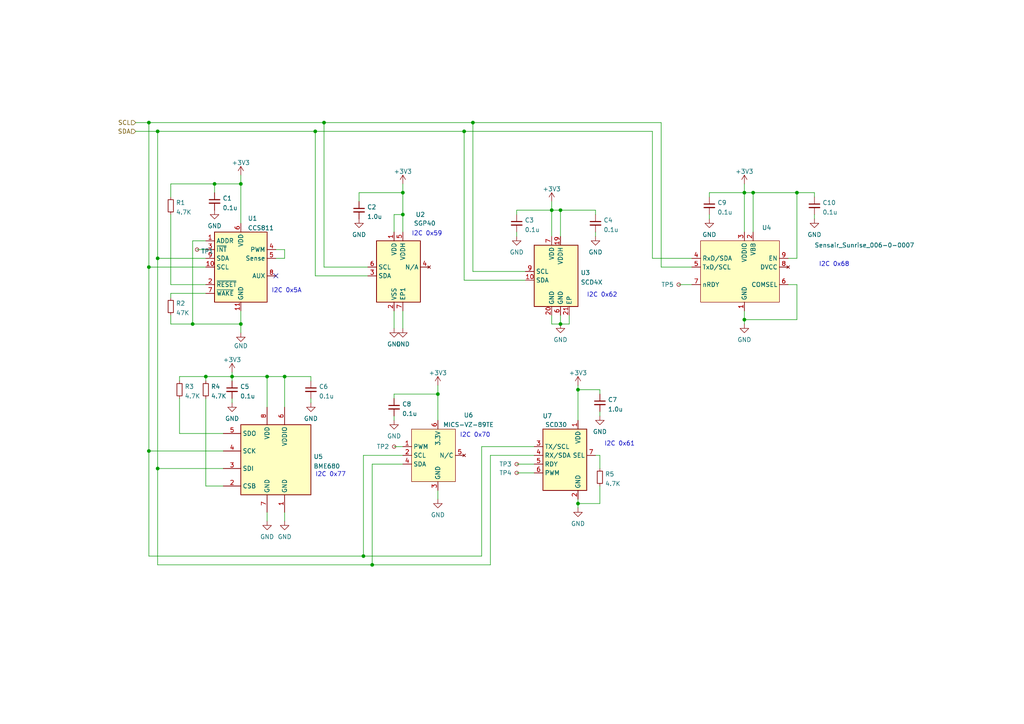
<source format=kicad_sch>
(kicad_sch (version 20211123) (generator eeschema)

  (uuid e63e39d7-6ac0-4ffd-8aa3-1841a4541b55)

  (paper "A4")

  (lib_symbols
    (symbol "Connector:TestPoint_Small" (pin_numbers hide) (pin_names (offset 0.762) hide) (in_bom yes) (on_board yes)
      (property "Reference" "TP" (id 0) (at 0 3.81 0)
        (effects (font (size 1.27 1.27)))
      )
      (property "Value" "TestPoint_Small" (id 1) (at 0 2.032 0)
        (effects (font (size 1.27 1.27)))
      )
      (property "Footprint" "" (id 2) (at 5.08 0 0)
        (effects (font (size 1.27 1.27)) hide)
      )
      (property "Datasheet" "~" (id 3) (at 5.08 0 0)
        (effects (font (size 1.27 1.27)) hide)
      )
      (property "ki_keywords" "test point tp" (id 4) (at 0 0 0)
        (effects (font (size 1.27 1.27)) hide)
      )
      (property "ki_description" "test point" (id 5) (at 0 0 0)
        (effects (font (size 1.27 1.27)) hide)
      )
      (property "ki_fp_filters" "Pin* Test*" (id 6) (at 0 0 0)
        (effects (font (size 1.27 1.27)) hide)
      )
      (symbol "TestPoint_Small_0_1"
        (circle (center 0 0) (radius 0.508)
          (stroke (width 0) (type default) (color 0 0 0 0))
          (fill (type none))
        )
      )
      (symbol "TestPoint_Small_1_1"
        (pin passive line (at 0 0 90) (length 0)
          (name "1" (effects (font (size 1.27 1.27))))
          (number "1" (effects (font (size 1.27 1.27))))
        )
      )
    )
    (symbol "Device:C_Small" (pin_numbers hide) (pin_names (offset 0.254) hide) (in_bom yes) (on_board yes)
      (property "Reference" "C" (id 0) (at 0.254 1.778 0)
        (effects (font (size 1.27 1.27)) (justify left))
      )
      (property "Value" "C_Small" (id 1) (at 0.254 -2.032 0)
        (effects (font (size 1.27 1.27)) (justify left))
      )
      (property "Footprint" "" (id 2) (at 0 0 0)
        (effects (font (size 1.27 1.27)) hide)
      )
      (property "Datasheet" "~" (id 3) (at 0 0 0)
        (effects (font (size 1.27 1.27)) hide)
      )
      (property "ki_keywords" "capacitor cap" (id 4) (at 0 0 0)
        (effects (font (size 1.27 1.27)) hide)
      )
      (property "ki_description" "Unpolarized capacitor, small symbol" (id 5) (at 0 0 0)
        (effects (font (size 1.27 1.27)) hide)
      )
      (property "ki_fp_filters" "C_*" (id 6) (at 0 0 0)
        (effects (font (size 1.27 1.27)) hide)
      )
      (symbol "C_Small_0_1"
        (polyline
          (pts
            (xy -1.524 -0.508)
            (xy 1.524 -0.508)
          )
          (stroke (width 0.3302) (type default) (color 0 0 0 0))
          (fill (type none))
        )
        (polyline
          (pts
            (xy -1.524 0.508)
            (xy 1.524 0.508)
          )
          (stroke (width 0.3048) (type default) (color 0 0 0 0))
          (fill (type none))
        )
      )
      (symbol "C_Small_1_1"
        (pin passive line (at 0 2.54 270) (length 2.032)
          (name "~" (effects (font (size 1.27 1.27))))
          (number "1" (effects (font (size 1.27 1.27))))
        )
        (pin passive line (at 0 -2.54 90) (length 2.032)
          (name "~" (effects (font (size 1.27 1.27))))
          (number "2" (effects (font (size 1.27 1.27))))
        )
      )
    )
    (symbol "Device:R_Small" (pin_numbers hide) (pin_names (offset 0.254) hide) (in_bom yes) (on_board yes)
      (property "Reference" "R" (id 0) (at 0.762 0.508 0)
        (effects (font (size 1.27 1.27)) (justify left))
      )
      (property "Value" "R_Small" (id 1) (at 0.762 -1.016 0)
        (effects (font (size 1.27 1.27)) (justify left))
      )
      (property "Footprint" "" (id 2) (at 0 0 0)
        (effects (font (size 1.27 1.27)) hide)
      )
      (property "Datasheet" "~" (id 3) (at 0 0 0)
        (effects (font (size 1.27 1.27)) hide)
      )
      (property "ki_keywords" "R resistor" (id 4) (at 0 0 0)
        (effects (font (size 1.27 1.27)) hide)
      )
      (property "ki_description" "Resistor, small symbol" (id 5) (at 0 0 0)
        (effects (font (size 1.27 1.27)) hide)
      )
      (property "ki_fp_filters" "R_*" (id 6) (at 0 0 0)
        (effects (font (size 1.27 1.27)) hide)
      )
      (symbol "R_Small_0_1"
        (rectangle (start -0.762 1.778) (end 0.762 -1.778)
          (stroke (width 0.2032) (type default) (color 0 0 0 0))
          (fill (type none))
        )
      )
      (symbol "R_Small_1_1"
        (pin passive line (at 0 2.54 270) (length 0.762)
          (name "~" (effects (font (size 1.27 1.27))))
          (number "1" (effects (font (size 1.27 1.27))))
        )
        (pin passive line (at 0 -2.54 90) (length 0.762)
          (name "~" (effects (font (size 1.27 1.27))))
          (number "2" (effects (font (size 1.27 1.27))))
        )
      )
    )
    (symbol "Sensor:BME680" (in_bom yes) (on_board yes)
      (property "Reference" "U" (id 0) (at -8.89 11.43 0)
        (effects (font (size 1.27 1.27)))
      )
      (property "Value" "BME680" (id 1) (at 7.62 11.43 0)
        (effects (font (size 1.27 1.27)))
      )
      (property "Footprint" "Package_LGA:Bosch_LGA-8_3x3mm_P0.8mm_ClockwisePinNumbering" (id 2) (at 36.83 -11.43 0)
        (effects (font (size 1.27 1.27)) hide)
      )
      (property "Datasheet" "https://ae-bst.resource.bosch.com/media/_tech/media/datasheets/BST-BME680-DS001.pdf" (id 3) (at 0 -5.08 0)
        (effects (font (size 1.27 1.27)) hide)
      )
      (property "ki_keywords" "Bosch gas pressure humidity temperature environment environmental measurement digital" (id 4) (at 0 0 0)
        (effects (font (size 1.27 1.27)) hide)
      )
      (property "ki_description" "4-in-1 sensor, gas, humidity, pressure, temperature, I2C and SPI interface, 1.71-3.6V, LGA-8" (id 5) (at 0 0 0)
        (effects (font (size 1.27 1.27)) hide)
      )
      (property "ki_fp_filters" "*LGA*3x3mm*P0.8mm*Clockwise*" (id 6) (at 0 0 0)
        (effects (font (size 1.27 1.27)) hide)
      )
      (symbol "BME680_0_1"
        (rectangle (start -10.16 10.16) (end 10.16 -10.16)
          (stroke (width 0.254) (type default) (color 0 0 0 0))
          (fill (type background))
        )
      )
      (symbol "BME680_1_1"
        (pin power_in line (at -2.54 -15.24 90) (length 5.08)
          (name "GND" (effects (font (size 1.27 1.27))))
          (number "1" (effects (font (size 1.27 1.27))))
        )
        (pin input line (at 15.24 -7.62 180) (length 5.08)
          (name "CSB" (effects (font (size 1.27 1.27))))
          (number "2" (effects (font (size 1.27 1.27))))
        )
        (pin bidirectional line (at 15.24 -2.54 180) (length 5.08)
          (name "SDI" (effects (font (size 1.27 1.27))))
          (number "3" (effects (font (size 1.27 1.27))))
        )
        (pin input line (at 15.24 2.54 180) (length 5.08)
          (name "SCK" (effects (font (size 1.27 1.27))))
          (number "4" (effects (font (size 1.27 1.27))))
        )
        (pin bidirectional line (at 15.24 7.62 180) (length 5.08)
          (name "SDO" (effects (font (size 1.27 1.27))))
          (number "5" (effects (font (size 1.27 1.27))))
        )
        (pin power_in line (at -2.54 15.24 270) (length 5.08)
          (name "VDDIO" (effects (font (size 1.27 1.27))))
          (number "6" (effects (font (size 1.27 1.27))))
        )
        (pin power_in line (at 2.54 -15.24 90) (length 5.08)
          (name "GND" (effects (font (size 1.27 1.27))))
          (number "7" (effects (font (size 1.27 1.27))))
        )
        (pin power_in line (at 2.54 15.24 270) (length 5.08)
          (name "VDD" (effects (font (size 1.27 1.27))))
          (number "8" (effects (font (size 1.27 1.27))))
        )
      )
    )
    (symbol "Sensor_Gas:CCS811" (in_bom yes) (on_board yes)
      (property "Reference" "U" (id 0) (at -8.89 13.97 0)
        (effects (font (size 1.27 1.27)))
      )
      (property "Value" "CCS811" (id 1) (at -6.35 11.43 0)
        (effects (font (size 1.27 1.27)))
      )
      (property "Footprint" "Package_LGA:AMS_LGA-10-1EP_2.7x4mm_P0.6mm" (id 2) (at 0 -15.24 0)
        (effects (font (size 1.27 1.27)) hide)
      )
      (property "Datasheet" "http://ams.com/eng/Products/Environmental-Sensors/Air-Quality-Sensors/CCS811" (id 3) (at 0 -5.08 0)
        (effects (font (size 1.27 1.27)) hide)
      )
      (property "ki_keywords" "metal oxide gas sensor MOX volatile organix comounds VOC I2C" (id 4) (at 0 0 0)
        (effects (font (size 1.27 1.27)) hide)
      )
      (property "ki_description" "Ultra-low power digital gas sensor for monitoring indoor air quality" (id 5) (at 0 0 0)
        (effects (font (size 1.27 1.27)) hide)
      )
      (property "ki_fp_filters" "AMS?LGA*EP*2.7x4mm*P0.6mm*" (id 6) (at 0 0 0)
        (effects (font (size 1.27 1.27)) hide)
      )
      (symbol "CCS811_0_1"
        (rectangle (start -7.62 10.16) (end 7.62 -10.16)
          (stroke (width 0.254) (type default) (color 0 0 0 0))
          (fill (type background))
        )
      )
      (symbol "CCS811_1_1"
        (pin input line (at -10.16 7.62 0) (length 2.54)
          (name "ADDR" (effects (font (size 1.27 1.27))))
          (number "1" (effects (font (size 1.27 1.27))))
        )
        (pin input line (at -10.16 0 0) (length 2.54)
          (name "SCL" (effects (font (size 1.27 1.27))))
          (number "10" (effects (font (size 1.27 1.27))))
        )
        (pin power_in line (at 0 -12.7 90) (length 2.54)
          (name "GND" (effects (font (size 1.27 1.27))))
          (number "11" (effects (font (size 1.27 1.27))))
        )
        (pin input line (at -10.16 -5.08 0) (length 2.54)
          (name "~{RESET}" (effects (font (size 1.27 1.27))))
          (number "2" (effects (font (size 1.27 1.27))))
        )
        (pin output line (at -10.16 5.08 0) (length 2.54)
          (name "~{INT}" (effects (font (size 1.27 1.27))))
          (number "3" (effects (font (size 1.27 1.27))))
        )
        (pin output line (at 10.16 5.08 180) (length 2.54)
          (name "PWM" (effects (font (size 1.27 1.27))))
          (number "4" (effects (font (size 1.27 1.27))))
        )
        (pin bidirectional line (at 10.16 2.54 180) (length 2.54)
          (name "Sense" (effects (font (size 1.27 1.27))))
          (number "5" (effects (font (size 1.27 1.27))))
        )
        (pin power_in line (at 0 12.7 270) (length 2.54)
          (name "VDD" (effects (font (size 1.27 1.27))))
          (number "6" (effects (font (size 1.27 1.27))))
        )
        (pin input line (at -10.16 -7.62 0) (length 2.54)
          (name "~{WAKE}" (effects (font (size 1.27 1.27))))
          (number "7" (effects (font (size 1.27 1.27))))
        )
        (pin input line (at 10.16 -2.54 180) (length 2.54)
          (name "AUX" (effects (font (size 1.27 1.27))))
          (number "8" (effects (font (size 1.27 1.27))))
        )
        (pin bidirectional line (at -10.16 2.54 0) (length 2.54)
          (name "SDA" (effects (font (size 1.27 1.27))))
          (number "9" (effects (font (size 1.27 1.27))))
        )
      )
    )
    (symbol "Sensor_Gas:MICS-VZ-89TE‎" (in_bom yes) (on_board yes)
      (property "Reference" "U" (id 0) (at 6.35 10.16 0)
        (effects (font (size 1.27 1.27)))
      )
      (property "Value" "MICS-VZ-89TE‎" (id 1) (at 12.7 7.62 0)
        (effects (font (size 1.27 1.27)))
      )
      (property "Footprint" "Sensor_Gas:Telaire_MICS-VZ-89TE‎" (id 2) (at 25.4 -7.62 0)
        (effects (font (size 1.27 1.27)) hide)
      )
      (property "Datasheet" "https://f.hubspotusercontent40.net/hubfs/9035299/Documents/AAS-920-693B-SGX-MiCS-VZ-89TE-121317-web.pdf" (id 3) (at 68.58 -10.16 0)
        (effects (font (size 1.27 1.27)) hide)
      )
      (symbol "MICS-VZ-89TE‎_0_1"
        (rectangle (start -5.08 5.08) (end 7.62 -10.16)
          (stroke (width 0.1524) (type default) (color 0 0 0 0))
          (fill (type background))
        )
      )
      (symbol "MICS-VZ-89TE‎_1_1"
        (pin output line (at -7.62 0 0) (length 2.54)
          (name "PWM" (effects (font (size 1.27 1.27))))
          (number "1" (effects (font (size 1.27 1.27))))
        )
        (pin input line (at -7.62 -2.54 0) (length 2.54)
          (name "SCL" (effects (font (size 1.27 1.27))))
          (number "2" (effects (font (size 1.27 1.27))))
        )
        (pin power_in line (at 2.54 -12.7 90) (length 2.54)
          (name "GND" (effects (font (size 1.27 1.27))))
          (number "3" (effects (font (size 1.27 1.27))))
        )
        (pin bidirectional line (at -7.62 -5.08 0) (length 2.54)
          (name "SDA" (effects (font (size 1.27 1.27))))
          (number "4" (effects (font (size 1.27 1.27))))
        )
        (pin no_connect line (at 10.16 -2.54 180) (length 2.54)
          (name "N/C" (effects (font (size 1.27 1.27))))
          (number "5" (effects (font (size 1.27 1.27))))
        )
        (pin power_in line (at 2.54 7.62 270) (length 2.54)
          (name "3.3V" (effects (font (size 1.27 1.27))))
          (number "6" (effects (font (size 1.27 1.27))))
        )
      )
    )
    (symbol "Sensor_Gas:SCD30" (in_bom yes) (on_board yes)
      (property "Reference" "U" (id 0) (at 2.54 15.24 0)
        (effects (font (size 1.27 1.27)))
      )
      (property "Value" "SCD30" (id 1) (at 12.7 7.62 0)
        (effects (font (size 1.27 1.27)))
      )
      (property "Footprint" "Sensor_Gas:Sensiron_SCD30_Module" (id 2) (at 43.18 -7.62 0)
        (effects (font (size 1.27 1.27)) hide)
      )
      (property "Datasheet" "https://sensirion.com/media/documents/4EAF6AF8/61652C3C/Sensirion_CO2_Sensors_SCD30_Datasheet.pdf" (id 3) (at 63.5 -10.16 0)
        (effects (font (size 1.27 1.27)) hide)
      )
      (symbol "SCD30_0_1"
        (rectangle (start -5.08 5.08) (end 7.62 -12.7)
          (stroke (width 0.254) (type default) (color 0 0 0 0))
          (fill (type background))
        )
      )
      (symbol "SCD30_1_1"
        (pin power_in line (at 5.08 7.62 270) (length 2.54)
          (name "VDD" (effects (font (size 1.27 1.27))))
          (number "1" (effects (font (size 1.27 1.27))))
        )
        (pin power_in line (at 5.08 -15.24 90) (length 2.54)
          (name "GND" (effects (font (size 1.27 1.27))))
          (number "2" (effects (font (size 1.27 1.27))))
        )
        (pin bidirectional line (at -7.62 0 0) (length 2.54)
          (name "TX/SCL" (effects (font (size 1.27 1.27))))
          (number "3" (effects (font (size 1.27 1.27))))
        )
        (pin bidirectional line (at -7.62 -2.54 0) (length 2.54)
          (name "RX/SDA" (effects (font (size 1.27 1.27))))
          (number "4" (effects (font (size 1.27 1.27))))
        )
        (pin output line (at -7.62 -5.08 0) (length 2.54)
          (name "RDY" (effects (font (size 1.27 1.27))))
          (number "5" (effects (font (size 1.27 1.27))))
        )
        (pin output line (at -7.62 -7.62 0) (length 2.54)
          (name "PWM" (effects (font (size 1.27 1.27))))
          (number "6" (effects (font (size 1.27 1.27))))
        )
        (pin input line (at 10.16 -2.54 180) (length 2.54)
          (name "SEL" (effects (font (size 1.27 1.27))))
          (number "7" (effects (font (size 1.27 1.27))))
        )
      )
    )
    (symbol "Sensor_Gas:SCD4X" (in_bom yes) (on_board yes)
      (property "Reference" "U" (id 0) (at 2.54 15.24 0)
        (effects (font (size 1.27 1.27)))
      )
      (property "Value" "SCD4X" (id 1) (at 7.62 7.62 0)
        (effects (font (size 1.27 1.27)))
      )
      (property "Footprint" "Sensor_Gas:Sensirion_SCD4X_QFN-20_EP_10.1x10.1_Pitch1.25mm" (id 2) (at 43.18 -7.62 0)
        (effects (font (size 1.27 1.27)) hide)
      )
      (property "Datasheet" "https://sensirion.com/media/documents/C4B87CE6/61652F80/Sensirion_CO2_Sensors_SCD4x_Datasheet.pdf" (id 3) (at 63.5 -10.16 0)
        (effects (font (size 1.27 1.27)) hide)
      )
      (symbol "SCD4X_0_1"
        (rectangle (start -5.08 5.08) (end 7.62 -12.7)
          (stroke (width 0.254) (type default) (color 0 0 0 0))
          (fill (type background))
        )
      )
      (symbol "SCD4X_1_1"
        (pin bidirectional line (at -7.62 -5.08 0) (length 2.54)
          (name "SDA" (effects (font (size 1.27 1.27))))
          (number "10" (effects (font (size 1.27 1.27))))
        )
        (pin power_in line (at 2.54 7.62 270) (length 2.54)
          (name "VDDH" (effects (font (size 1.27 1.27))))
          (number "19" (effects (font (size 1.27 1.27))))
        )
        (pin power_in line (at 0 -15.24 90) (length 2.54)
          (name "GND" (effects (font (size 1.27 1.27))))
          (number "20" (effects (font (size 1.27 1.27))))
        )
        (pin power_in line (at 5.08 -15.24 90) (length 2.54)
          (name "EP" (effects (font (size 1.27 1.27))))
          (number "21" (effects (font (size 1.27 1.27))))
        )
        (pin power_in line (at 2.54 -15.24 90) (length 2.54)
          (name "GND" (effects (font (size 1.27 1.27))))
          (number "6" (effects (font (size 1.27 1.27))))
        )
        (pin power_in line (at 0 7.62 270) (length 2.54)
          (name "VDD" (effects (font (size 1.27 1.27))))
          (number "7" (effects (font (size 1.27 1.27))))
        )
        (pin input line (at -7.62 -2.54 0) (length 2.54)
          (name "SCL" (effects (font (size 1.27 1.27))))
          (number "9" (effects (font (size 1.27 1.27))))
        )
      )
    )
    (symbol "Sensor_Gas:SGP40" (in_bom yes) (on_board yes)
      (property "Reference" "U" (id 0) (at -10.16 10.16 0)
        (effects (font (size 1.27 1.27)))
      )
      (property "Value" "SGP40" (id 1) (at 2.54 10.16 0)
        (effects (font (size 1.27 1.27)))
      )
      (property "Footprint" "Sensor_Gas:Sensirion_DFN-6-1EP_2.44x2.44mm_P0.8mm" (id 2) (at 40.64 -12.7 0)
        (effects (font (size 1.27 1.27) (thickness 99906.5168)) hide)
      )
      (property "Datasheet" "https://www.sensirion.com/fileadmin/user_upload/customers/sensirion/Dokumente/9_Gas_Sensors/Sensirion_Gas_Sensors_SGP40_Datasheet.pdf" (id 3) (at 86.36 -7.62 0)
        (effects (font (size 1.27 1.27)) hide)
      )
      (property "ki_keywords" "metal oxide gas sensor MOx VOC air quality I2C" (id 4) (at 0 0 0)
        (effects (font (size 1.27 1.27)) hide)
      )
      (property "ki_description" "Volatile organic compounds Sensor, MOx based, I2C interface, low power, DFN-6" (id 5) (at 0 0 0)
        (effects (font (size 1.27 1.27)) hide)
      )
      (property "ki_fp_filters" "Sensirion?DFN*EP*2.44x2.44mm*P0.8mm*" (id 6) (at 0 0 0)
        (effects (font (size 1.27 1.27)) hide)
      )
      (symbol "SGP40_0_1"
        (rectangle (start -10.16 7.62) (end 2.54 -10.16)
          (stroke (width 0.254) (type default) (color 0 0 0 0))
          (fill (type background))
        )
      )
      (symbol "SGP40_1_1"
        (pin power_in line (at -5.08 10.16 270) (length 2.54)
          (name "VDD" (effects (font (size 1.27 1.27))))
          (number "1" (effects (font (size 1.27 1.27))))
        )
        (pin power_in line (at -5.08 -12.7 90) (length 2.54)
          (name "VSS" (effects (font (size 1.27 1.27))))
          (number "2" (effects (font (size 1.27 1.27))))
        )
        (pin bidirectional line (at -12.7 -2.54 0) (length 2.54)
          (name "SDA" (effects (font (size 1.27 1.27))))
          (number "3" (effects (font (size 1.27 1.27))))
        )
        (pin no_connect line (at 5.08 0 180) (length 2.54)
          (name "N/A" (effects (font (size 1.27 1.27))))
          (number "4" (effects (font (size 1.27 1.27))))
        )
        (pin power_in line (at -2.54 10.16 270) (length 2.54)
          (name "VDDH" (effects (font (size 1.27 1.27))))
          (number "5" (effects (font (size 1.27 1.27))))
        )
        (pin input line (at -12.7 0 0) (length 2.54)
          (name "SCL" (effects (font (size 1.27 1.27))))
          (number "6" (effects (font (size 1.27 1.27))))
        )
        (pin power_in line (at -2.54 -12.7 90) (length 2.54)
          (name "EP1" (effects (font (size 1.27 1.27))))
          (number "7" (effects (font (size 1.27 1.27))))
        )
      )
    )
    (symbol "Sensor_Gas:Sensair_Sunrise_006-0-0007" (in_bom yes) (on_board yes)
      (property "Reference" "U" (id 0) (at 5.08 12.7 0)
        (effects (font (size 1.27 1.27)))
      )
      (property "Value" "Sensair_Sunrise_006-0-0007" (id 1) (at 17.78 10.16 0)
        (effects (font (size 1.27 1.27)))
      )
      (property "Footprint" "Sensor_Gas:Sensair_Sunrise_006-0-0007" (id 2) (at 0 0 0)
        (effects (font (size 1.27 1.27)) hide)
      )
      (property "Datasheet" "https://rmtplusstoragesenseair.blob.core.windows.net/docs/Dev/publicerat/PSP11704.pdf" (id 3) (at 48.26 -22.86 0)
        (effects (font (size 1.27 1.27)) hide)
      )
      (symbol "Sensair_Sunrise_006-0-0007_0_1"
        (rectangle (start -15.24 -10.16) (end 7.62 7.62)
          (stroke (width 0.1524) (type default) (color 0 0 0 0))
          (fill (type background))
        )
      )
      (symbol "Sensair_Sunrise_006-0-0007_1_1"
        (pin power_in line (at -2.54 -12.7 90) (length 2.54)
          (name "GND" (effects (font (size 1.27 1.27))))
          (number "1" (effects (font (size 1.27 1.27))))
        )
        (pin power_in line (at 0 10.16 270) (length 2.54)
          (name "VBB" (effects (font (size 1.27 1.27))))
          (number "2" (effects (font (size 1.27 1.27))))
        )
        (pin power_in line (at -2.54 10.16 270) (length 2.54)
          (name "VDDIO" (effects (font (size 1.27 1.27))))
          (number "3" (effects (font (size 1.27 1.27))))
        )
        (pin bidirectional line (at -17.78 2.54 0) (length 2.54)
          (name "RxD/SDA" (effects (font (size 1.27 1.27))))
          (number "4" (effects (font (size 1.27 1.27))))
        )
        (pin bidirectional line (at -17.78 0 0) (length 2.54)
          (name "TxD/SCL" (effects (font (size 1.27 1.27))))
          (number "5" (effects (font (size 1.27 1.27))))
        )
        (pin input line (at 10.16 -5.08 180) (length 2.54)
          (name "COMSEL" (effects (font (size 1.27 1.27))))
          (number "6" (effects (font (size 1.27 1.27))))
        )
        (pin output line (at -17.78 -5.08 0) (length 2.54)
          (name "nRDY" (effects (font (size 1.27 1.27))))
          (number "7" (effects (font (size 1.27 1.27))))
        )
        (pin no_connect line (at 10.16 0 180) (length 2.54)
          (name "DVCC" (effects (font (size 1.27 1.27))))
          (number "8" (effects (font (size 1.27 1.27))))
        )
        (pin input line (at 10.16 2.54 180) (length 2.54)
          (name "EN" (effects (font (size 1.27 1.27))))
          (number "9" (effects (font (size 1.27 1.27))))
        )
      )
    )
    (symbol "power:+3.3V" (power) (pin_names (offset 0)) (in_bom yes) (on_board yes)
      (property "Reference" "#PWR" (id 0) (at 0 -3.81 0)
        (effects (font (size 1.27 1.27)) hide)
      )
      (property "Value" "+3.3V" (id 1) (at 0 3.556 0)
        (effects (font (size 1.27 1.27)))
      )
      (property "Footprint" "" (id 2) (at 0 0 0)
        (effects (font (size 1.27 1.27)) hide)
      )
      (property "Datasheet" "" (id 3) (at 0 0 0)
        (effects (font (size 1.27 1.27)) hide)
      )
      (property "ki_keywords" "power-flag" (id 4) (at 0 0 0)
        (effects (font (size 1.27 1.27)) hide)
      )
      (property "ki_description" "Power symbol creates a global label with name \"+3.3V\"" (id 5) (at 0 0 0)
        (effects (font (size 1.27 1.27)) hide)
      )
      (symbol "+3.3V_0_1"
        (polyline
          (pts
            (xy -0.762 1.27)
            (xy 0 2.54)
          )
          (stroke (width 0) (type default) (color 0 0 0 0))
          (fill (type none))
        )
        (polyline
          (pts
            (xy 0 0)
            (xy 0 2.54)
          )
          (stroke (width 0) (type default) (color 0 0 0 0))
          (fill (type none))
        )
        (polyline
          (pts
            (xy 0 2.54)
            (xy 0.762 1.27)
          )
          (stroke (width 0) (type default) (color 0 0 0 0))
          (fill (type none))
        )
      )
      (symbol "+3.3V_1_1"
        (pin power_in line (at 0 0 90) (length 0) hide
          (name "+3V3" (effects (font (size 1.27 1.27))))
          (number "1" (effects (font (size 1.27 1.27))))
        )
      )
    )
    (symbol "power:GND" (power) (pin_names (offset 0)) (in_bom yes) (on_board yes)
      (property "Reference" "#PWR" (id 0) (at 0 -6.35 0)
        (effects (font (size 1.27 1.27)) hide)
      )
      (property "Value" "GND" (id 1) (at 0 -3.81 0)
        (effects (font (size 1.27 1.27)))
      )
      (property "Footprint" "" (id 2) (at 0 0 0)
        (effects (font (size 1.27 1.27)) hide)
      )
      (property "Datasheet" "" (id 3) (at 0 0 0)
        (effects (font (size 1.27 1.27)) hide)
      )
      (property "ki_keywords" "power-flag" (id 4) (at 0 0 0)
        (effects (font (size 1.27 1.27)) hide)
      )
      (property "ki_description" "Power symbol creates a global label with name \"GND\" , ground" (id 5) (at 0 0 0)
        (effects (font (size 1.27 1.27)) hide)
      )
      (symbol "GND_0_1"
        (polyline
          (pts
            (xy 0 0)
            (xy 0 -1.27)
            (xy 1.27 -1.27)
            (xy 0 -2.54)
            (xy -1.27 -1.27)
            (xy 0 -1.27)
          )
          (stroke (width 0) (type default) (color 0 0 0 0))
          (fill (type none))
        )
      )
      (symbol "GND_1_1"
        (pin power_in line (at 0 0 270) (length 0) hide
          (name "GND" (effects (font (size 1.27 1.27))))
          (number "1" (effects (font (size 1.27 1.27))))
        )
      )
    )
  )

  (junction (at 116.84 55.88) (diameter 0) (color 0 0 0 0)
    (uuid 025d61f2-7267-41f5-908e-edf36e6ce681)
  )
  (junction (at 162.56 60.96) (diameter 0) (color 0 0 0 0)
    (uuid 0e7252b1-e9fa-4d82-90eb-a7bfa9eec2ab)
  )
  (junction (at 43.18 35.56) (diameter 0) (color 0 0 0 0)
    (uuid 13916e4e-ff14-4745-b0cd-296fb950abb0)
  )
  (junction (at 59.69 109.22) (diameter 0) (color 0 0 0 0)
    (uuid 1f112dd2-bafb-4bbe-aa29-5a8a884cc0c4)
  )
  (junction (at 167.64 146.05) (diameter 0) (color 0 0 0 0)
    (uuid 241ea7a2-e72c-4c6a-b629-70a057266b43)
  )
  (junction (at 215.9 55.88) (diameter 0) (color 0 0 0 0)
    (uuid 3f55f623-e6cb-4074-a0b2-2124c8438818)
  )
  (junction (at 107.95 163.83) (diameter 0) (color 0 0 0 0)
    (uuid 40bd02b0-0603-44fa-96df-95d2b2f5f3d6)
  )
  (junction (at 160.02 60.96) (diameter 0) (color 0 0 0 0)
    (uuid 441568ca-ce2d-448b-8def-f94861c0a97d)
  )
  (junction (at 43.18 77.47) (diameter 0) (color 0 0 0 0)
    (uuid 5fe30713-f32d-4628-896e-f8d8cbe2b96c)
  )
  (junction (at 67.31 109.22) (diameter 0) (color 0 0 0 0)
    (uuid 6eb64fde-c910-4090-8799-a4bae8683b7d)
  )
  (junction (at 231.14 55.88) (diameter 0) (color 0 0 0 0)
    (uuid 7034bf35-c9ce-4981-9d4e-6310628c4a2b)
  )
  (junction (at 167.64 113.03) (diameter 0) (color 0 0 0 0)
    (uuid 74d318d2-2b33-4374-8051-41be8f16d760)
  )
  (junction (at 69.85 53.34) (diameter 0) (color 0 0 0 0)
    (uuid 74fe0285-fc94-4e49-bf50-4676ee0a0214)
  )
  (junction (at 43.18 130.81) (diameter 0) (color 0 0 0 0)
    (uuid 757dff66-08bb-47dd-840d-760eb8be2988)
  )
  (junction (at 137.16 35.56) (diameter 0) (color 0 0 0 0)
    (uuid 8235ef99-0fc2-4af6-969c-f0b8e5b91a62)
  )
  (junction (at 69.85 93.98) (diameter 0) (color 0 0 0 0)
    (uuid 87f77a87-6370-4dba-847c-7a1d5886e798)
  )
  (junction (at 77.47 109.22) (diameter 0) (color 0 0 0 0)
    (uuid 90e33c19-4c6f-4ef5-8114-69630f997371)
  )
  (junction (at 55.88 93.98) (diameter 0) (color 0 0 0 0)
    (uuid 927b1825-4529-47b0-837c-c17002aed481)
  )
  (junction (at 162.56 93.98) (diameter 0) (color 0 0 0 0)
    (uuid 9468ad78-b3c0-4f7e-aeda-596d9e009be2)
  )
  (junction (at 116.84 62.23) (diameter 0) (color 0 0 0 0)
    (uuid 9a727631-faf1-42d0-9dc6-609378466dd0)
  )
  (junction (at 218.44 55.88) (diameter 0) (color 0 0 0 0)
    (uuid a04859bd-5596-4b46-ac96-de14654b779c)
  )
  (junction (at 93.98 35.56) (diameter 0) (color 0 0 0 0)
    (uuid a523d87d-4427-4ee6-bc03-de006659dd2d)
  )
  (junction (at 45.72 38.1) (diameter 0) (color 0 0 0 0)
    (uuid b04e5733-a245-4311-9a61-27584dd53aa2)
  )
  (junction (at 127 114.3) (diameter 0) (color 0 0 0 0)
    (uuid b7238590-1a35-4fe5-a3c1-ca71256f45a0)
  )
  (junction (at 45.72 135.89) (diameter 0) (color 0 0 0 0)
    (uuid b8ab8e05-f51d-4a56-a7d6-4d71fd45a606)
  )
  (junction (at 134.62 38.1) (diameter 0) (color 0 0 0 0)
    (uuid c02c9e3c-c31f-4d1d-b472-6f8244930a03)
  )
  (junction (at 215.9 92.71) (diameter 0) (color 0 0 0 0)
    (uuid c182b55e-2771-458a-99dd-c5100a667d95)
  )
  (junction (at 91.44 38.1) (diameter 0) (color 0 0 0 0)
    (uuid e0457e8c-b393-4a18-82af-a34ce6d5318b)
  )
  (junction (at 105.41 161.29) (diameter 0) (color 0 0 0 0)
    (uuid ef72dcba-4967-42a0-894b-470d1a941d84)
  )
  (junction (at 62.23 53.34) (diameter 0) (color 0 0 0 0)
    (uuid f593643a-bed0-4eda-b5cc-84604925dbb1)
  )
  (junction (at 45.72 74.93) (diameter 0) (color 0 0 0 0)
    (uuid fc2bb018-dde2-4b0b-a99c-b00f15099188)
  )
  (junction (at 82.55 109.22) (diameter 0) (color 0 0 0 0)
    (uuid fe98f590-74ff-4a1b-97e4-6871b434549d)
  )

  (no_connect (at 80.01 80.01) (uuid df103664-47dc-47d7-8073-0c7853e3f600))

  (wire (pts (xy 231.14 92.71) (xy 215.9 92.71))
    (stroke (width 0) (type default) (color 0 0 0 0))
    (uuid 00119cd7-eb36-48d2-824a-5d7d7b34c6bd)
  )
  (wire (pts (xy 173.99 113.03) (xy 167.64 113.03))
    (stroke (width 0) (type default) (color 0 0 0 0))
    (uuid 00be8591-9587-4e58-89e8-7fdde003645c)
  )
  (wire (pts (xy 49.53 93.98) (xy 55.88 93.98))
    (stroke (width 0) (type default) (color 0 0 0 0))
    (uuid 05d6f052-325e-4e96-980e-d05926936f24)
  )
  (wire (pts (xy 218.44 55.88) (xy 218.44 67.31))
    (stroke (width 0) (type default) (color 0 0 0 0))
    (uuid 064ba1bf-0760-4cde-90b6-55347c5cd382)
  )
  (wire (pts (xy 59.69 82.55) (xy 49.53 82.55))
    (stroke (width 0) (type default) (color 0 0 0 0))
    (uuid 0714922c-2fdd-4a42-b655-0c8d4db0e1c4)
  )
  (wire (pts (xy 67.31 109.22) (xy 77.47 109.22))
    (stroke (width 0) (type default) (color 0 0 0 0))
    (uuid 080e1725-7e93-4799-bd7e-964605a940ea)
  )
  (wire (pts (xy 205.74 55.88) (xy 205.74 57.15))
    (stroke (width 0) (type default) (color 0 0 0 0))
    (uuid 0a51850f-d949-4f1b-a768-8d819e3a8e4c)
  )
  (wire (pts (xy 173.99 132.08) (xy 172.72 132.08))
    (stroke (width 0) (type default) (color 0 0 0 0))
    (uuid 0a72d52e-5f4f-4f86-b814-a3a11a2adb73)
  )
  (wire (pts (xy 160.02 60.96) (xy 160.02 68.58))
    (stroke (width 0) (type default) (color 0 0 0 0))
    (uuid 0a9e8e43-4af9-4032-8df9-f6e11bca4a9b)
  )
  (wire (pts (xy 114.3 67.31) (xy 114.3 62.23))
    (stroke (width 0) (type default) (color 0 0 0 0))
    (uuid 0f84589a-a9b4-4c2b-91b5-4240937e8ae7)
  )
  (wire (pts (xy 82.55 72.39) (xy 82.55 74.93))
    (stroke (width 0) (type default) (color 0 0 0 0))
    (uuid 10d36ee1-1144-4462-b4c6-bc312bf9ac24)
  )
  (wire (pts (xy 105.41 161.29) (xy 43.18 161.29))
    (stroke (width 0) (type default) (color 0 0 0 0))
    (uuid 12f0de69-7fb9-431f-a4bd-f578a0fff2b9)
  )
  (wire (pts (xy 43.18 77.47) (xy 59.69 77.47))
    (stroke (width 0) (type default) (color 0 0 0 0))
    (uuid 17e3aec3-463a-413a-ad84-5d17666d7b02)
  )
  (wire (pts (xy 134.62 81.28) (xy 134.62 38.1))
    (stroke (width 0) (type default) (color 0 0 0 0))
    (uuid 18e45eba-e20c-4ac4-a992-058d1ca209bb)
  )
  (wire (pts (xy 45.72 74.93) (xy 45.72 38.1))
    (stroke (width 0) (type default) (color 0 0 0 0))
    (uuid 1ba6df30-9828-4413-9f50-c2985ad3ad6a)
  )
  (wire (pts (xy 43.18 130.81) (xy 43.18 77.47))
    (stroke (width 0) (type default) (color 0 0 0 0))
    (uuid 1c6d917b-43fc-4e4d-85e2-0e91344cfb35)
  )
  (wire (pts (xy 215.9 92.71) (xy 215.9 93.98))
    (stroke (width 0) (type default) (color 0 0 0 0))
    (uuid 21ff8db5-ca2c-484d-96cc-f59fa57f33b4)
  )
  (wire (pts (xy 45.72 38.1) (xy 91.44 38.1))
    (stroke (width 0) (type default) (color 0 0 0 0))
    (uuid 23797d9f-2c0e-4299-b2b5-bbbc7f9fdf31)
  )
  (wire (pts (xy 116.84 53.34) (xy 116.84 55.88))
    (stroke (width 0) (type default) (color 0 0 0 0))
    (uuid 248fe582-b15a-4cce-a0e6-953bf3b7149a)
  )
  (wire (pts (xy 67.31 115.57) (xy 67.31 116.84))
    (stroke (width 0) (type default) (color 0 0 0 0))
    (uuid 25cf25e4-067f-4a8d-849a-bf5ae35ddb58)
  )
  (wire (pts (xy 165.1 91.44) (xy 165.1 93.98))
    (stroke (width 0) (type default) (color 0 0 0 0))
    (uuid 26824bfb-f586-4677-84a5-6630451731a9)
  )
  (wire (pts (xy 59.69 69.85) (xy 55.88 69.85))
    (stroke (width 0) (type default) (color 0 0 0 0))
    (uuid 2721e00b-3024-4b49-84cb-0a6dc6bf1080)
  )
  (wire (pts (xy 49.53 91.44) (xy 49.53 93.98))
    (stroke (width 0) (type default) (color 0 0 0 0))
    (uuid 273cff59-d8a7-4569-b0d9-51b02388e0c0)
  )
  (wire (pts (xy 149.86 60.96) (xy 160.02 60.96))
    (stroke (width 0) (type default) (color 0 0 0 0))
    (uuid 27a855c2-6e7d-4075-bacc-5265f3a319f6)
  )
  (wire (pts (xy 154.94 129.54) (xy 139.7 129.54))
    (stroke (width 0) (type default) (color 0 0 0 0))
    (uuid 2828c6cc-c640-4748-af74-25bb53ce14fa)
  )
  (wire (pts (xy 45.72 135.89) (xy 45.72 74.93))
    (stroke (width 0) (type default) (color 0 0 0 0))
    (uuid 291dcb04-9602-44a1-ad42-4379a9874dc3)
  )
  (wire (pts (xy 167.64 111.76) (xy 167.64 113.03))
    (stroke (width 0) (type default) (color 0 0 0 0))
    (uuid 2ca6b9c7-7dcc-4ae5-ac0c-e66346e3fe17)
  )
  (wire (pts (xy 64.77 125.73) (xy 52.07 125.73))
    (stroke (width 0) (type default) (color 0 0 0 0))
    (uuid 2e1023b4-e8f1-4a23-af54-5e7547aa39be)
  )
  (wire (pts (xy 231.14 55.88) (xy 236.22 55.88))
    (stroke (width 0) (type default) (color 0 0 0 0))
    (uuid 3217c117-b3e1-40a2-b0f1-49a89cbaa152)
  )
  (wire (pts (xy 173.99 140.97) (xy 173.99 146.05))
    (stroke (width 0) (type default) (color 0 0 0 0))
    (uuid 323ec8d5-a7eb-4633-acbf-4d797edb7055)
  )
  (wire (pts (xy 196.85 82.55) (xy 200.66 82.55))
    (stroke (width 0) (type default) (color 0 0 0 0))
    (uuid 3342e1c3-7e6c-45ab-bf4b-453811e55692)
  )
  (wire (pts (xy 69.85 90.17) (xy 69.85 93.98))
    (stroke (width 0) (type default) (color 0 0 0 0))
    (uuid 375bea20-9711-4b1e-98af-33d52b1587dc)
  )
  (wire (pts (xy 137.16 35.56) (xy 93.98 35.56))
    (stroke (width 0) (type default) (color 0 0 0 0))
    (uuid 3916b1de-2039-41dc-99f0-122b5c606bb5)
  )
  (wire (pts (xy 104.14 55.88) (xy 104.14 58.42))
    (stroke (width 0) (type default) (color 0 0 0 0))
    (uuid 3ace7a67-4d4c-4bbd-ab59-6c1afc8c560e)
  )
  (wire (pts (xy 215.9 55.88) (xy 215.9 67.31))
    (stroke (width 0) (type default) (color 0 0 0 0))
    (uuid 3c86f7b9-04b2-47ff-b213-fcbc71966558)
  )
  (wire (pts (xy 69.85 53.34) (xy 69.85 64.77))
    (stroke (width 0) (type default) (color 0 0 0 0))
    (uuid 3c96b4e8-a729-4056-9a70-7f63eeec5e24)
  )
  (wire (pts (xy 127 114.3) (xy 114.3 114.3))
    (stroke (width 0) (type default) (color 0 0 0 0))
    (uuid 3cb88a06-1efe-43df-9913-d28d29c32b02)
  )
  (wire (pts (xy 39.37 35.56) (xy 43.18 35.56))
    (stroke (width 0) (type default) (color 0 0 0 0))
    (uuid 3d8fae72-5992-4dad-b898-c8f23d95af08)
  )
  (wire (pts (xy 200.66 77.47) (xy 191.77 77.47))
    (stroke (width 0) (type default) (color 0 0 0 0))
    (uuid 4076a21c-b0e2-4053-8fc2-bde24f6fae1b)
  )
  (wire (pts (xy 134.62 38.1) (xy 91.44 38.1))
    (stroke (width 0) (type default) (color 0 0 0 0))
    (uuid 425a2f99-a480-49a8-97fb-c3e8f3bf0f1e)
  )
  (wire (pts (xy 45.72 163.83) (xy 45.72 135.89))
    (stroke (width 0) (type default) (color 0 0 0 0))
    (uuid 47b2b8a2-5a09-4178-9fb7-62dac00fa45d)
  )
  (wire (pts (xy 116.84 134.62) (xy 107.95 134.62))
    (stroke (width 0) (type default) (color 0 0 0 0))
    (uuid 4d90f319-f9b6-4d22-b7f8-ac774da9310d)
  )
  (wire (pts (xy 160.02 93.98) (xy 162.56 93.98))
    (stroke (width 0) (type default) (color 0 0 0 0))
    (uuid 50fcb637-1996-4512-b3f1-b733cd6e8b42)
  )
  (wire (pts (xy 142.24 163.83) (xy 107.95 163.83))
    (stroke (width 0) (type default) (color 0 0 0 0))
    (uuid 512d5e30-00e9-48de-9646-15791cc17c69)
  )
  (wire (pts (xy 173.99 146.05) (xy 167.64 146.05))
    (stroke (width 0) (type default) (color 0 0 0 0))
    (uuid 51f63e0e-7d16-4fe0-b6d2-21335f6d65f3)
  )
  (wire (pts (xy 189.23 38.1) (xy 134.62 38.1))
    (stroke (width 0) (type default) (color 0 0 0 0))
    (uuid 530c5aee-69c2-49c2-85b2-461f8f60bef7)
  )
  (wire (pts (xy 49.53 53.34) (xy 62.23 53.34))
    (stroke (width 0) (type default) (color 0 0 0 0))
    (uuid 53fa8bdc-7212-4f1c-95e3-f6e7743c44e3)
  )
  (wire (pts (xy 90.17 115.57) (xy 90.17 116.84))
    (stroke (width 0) (type default) (color 0 0 0 0))
    (uuid 55495f86-bafb-4cd2-8647-2c816b279f8b)
  )
  (wire (pts (xy 52.07 125.73) (xy 52.07 115.57))
    (stroke (width 0) (type default) (color 0 0 0 0))
    (uuid 560b612f-a36f-4f86-89c2-1df73ffd2230)
  )
  (wire (pts (xy 80.01 72.39) (xy 82.55 72.39))
    (stroke (width 0) (type default) (color 0 0 0 0))
    (uuid 56e9160f-9a2e-4d54-887a-1ca17368617a)
  )
  (wire (pts (xy 43.18 35.56) (xy 43.18 77.47))
    (stroke (width 0) (type default) (color 0 0 0 0))
    (uuid 57fbed25-6dba-42f1-84f1-002a8e5e6d1c)
  )
  (wire (pts (xy 149.86 137.16) (xy 154.94 137.16))
    (stroke (width 0) (type default) (color 0 0 0 0))
    (uuid 5ba1bb0c-87c6-4d83-b562-1653a447da26)
  )
  (wire (pts (xy 49.53 57.15) (xy 49.53 53.34))
    (stroke (width 0) (type default) (color 0 0 0 0))
    (uuid 5c838e2b-4906-4b30-a33c-25861e340c58)
  )
  (wire (pts (xy 137.16 78.74) (xy 137.16 35.56))
    (stroke (width 0) (type default) (color 0 0 0 0))
    (uuid 5ce95850-bbca-4359-b0de-4f17cd5f5a17)
  )
  (wire (pts (xy 139.7 161.29) (xy 105.41 161.29))
    (stroke (width 0) (type default) (color 0 0 0 0))
    (uuid 5d974e01-e22f-4a6b-9593-f0f4def8643a)
  )
  (wire (pts (xy 215.9 53.34) (xy 215.9 55.88))
    (stroke (width 0) (type default) (color 0 0 0 0))
    (uuid 5f5abcb0-f040-47db-863c-9ed7fe69760e)
  )
  (wire (pts (xy 106.68 77.47) (xy 93.98 77.47))
    (stroke (width 0) (type default) (color 0 0 0 0))
    (uuid 62e8c368-4aa3-4486-89b9-c54568641688)
  )
  (wire (pts (xy 55.88 69.85) (xy 55.88 93.98))
    (stroke (width 0) (type default) (color 0 0 0 0))
    (uuid 63e02256-f03f-4cb0-a3e7-95d5e2f9b9e7)
  )
  (wire (pts (xy 191.77 77.47) (xy 191.77 35.56))
    (stroke (width 0) (type default) (color 0 0 0 0))
    (uuid 6459f414-96fb-4592-af7e-e6b8ae2dd37e)
  )
  (wire (pts (xy 152.4 81.28) (xy 134.62 81.28))
    (stroke (width 0) (type default) (color 0 0 0 0))
    (uuid 67cb9d3a-e01a-4c4f-bab5-4781ee25c2d4)
  )
  (wire (pts (xy 91.44 38.1) (xy 91.44 80.01))
    (stroke (width 0) (type default) (color 0 0 0 0))
    (uuid 68c7009a-4b5f-4416-8d0d-80ea9a1bdcd6)
  )
  (wire (pts (xy 77.47 109.22) (xy 77.47 118.11))
    (stroke (width 0) (type default) (color 0 0 0 0))
    (uuid 691b3ff2-550b-4a26-a550-f38d0e3ebbd0)
  )
  (wire (pts (xy 52.07 109.22) (xy 59.69 109.22))
    (stroke (width 0) (type default) (color 0 0 0 0))
    (uuid 6ab3f544-29c3-419f-b4ad-047c652bda55)
  )
  (wire (pts (xy 149.86 67.31) (xy 149.86 68.58))
    (stroke (width 0) (type default) (color 0 0 0 0))
    (uuid 6beb2fb2-4982-4973-9976-64eb14c43815)
  )
  (wire (pts (xy 172.72 62.23) (xy 172.72 60.96))
    (stroke (width 0) (type default) (color 0 0 0 0))
    (uuid 6cc42d6f-8418-4263-a0e0-55770168f721)
  )
  (wire (pts (xy 167.64 146.05) (xy 167.64 144.78))
    (stroke (width 0) (type default) (color 0 0 0 0))
    (uuid 726a4c63-467c-4641-8c6c-b08673549944)
  )
  (wire (pts (xy 189.23 74.93) (xy 189.23 38.1))
    (stroke (width 0) (type default) (color 0 0 0 0))
    (uuid 72814628-22f3-43e2-8a81-478fa5646163)
  )
  (wire (pts (xy 218.44 55.88) (xy 231.14 55.88))
    (stroke (width 0) (type default) (color 0 0 0 0))
    (uuid 73680713-cc66-4292-a662-ac71868e8783)
  )
  (wire (pts (xy 215.9 92.71) (xy 215.9 90.17))
    (stroke (width 0) (type default) (color 0 0 0 0))
    (uuid 73773eac-c302-4387-8b62-4131ec4278e9)
  )
  (wire (pts (xy 69.85 50.8) (xy 69.85 53.34))
    (stroke (width 0) (type default) (color 0 0 0 0))
    (uuid 7476d268-f2bc-4849-bca8-f55d723c43ea)
  )
  (wire (pts (xy 62.23 53.34) (xy 69.85 53.34))
    (stroke (width 0) (type default) (color 0 0 0 0))
    (uuid 74f655f3-16f9-4a05-af71-3c6c340c631f)
  )
  (wire (pts (xy 127 142.24) (xy 127 144.78))
    (stroke (width 0) (type default) (color 0 0 0 0))
    (uuid 76099072-8cf0-4780-979e-99f39618ce42)
  )
  (wire (pts (xy 160.02 60.96) (xy 162.56 60.96))
    (stroke (width 0) (type default) (color 0 0 0 0))
    (uuid 766a1db5-0a55-450f-b555-93aabc058ee3)
  )
  (wire (pts (xy 231.14 82.55) (xy 231.14 92.71))
    (stroke (width 0) (type default) (color 0 0 0 0))
    (uuid 767d703d-9e8c-40f6-bfc7-637f49e3223e)
  )
  (wire (pts (xy 64.77 140.97) (xy 59.69 140.97))
    (stroke (width 0) (type default) (color 0 0 0 0))
    (uuid 76def783-a0fa-47c3-9593-18ecf95d0d18)
  )
  (wire (pts (xy 57.15 72.39) (xy 59.69 72.39))
    (stroke (width 0) (type default) (color 0 0 0 0))
    (uuid 77fe3b69-4d3c-499f-bb99-8721cea0bdb1)
  )
  (wire (pts (xy 228.6 82.55) (xy 231.14 82.55))
    (stroke (width 0) (type default) (color 0 0 0 0))
    (uuid 78a23fad-515a-4eb7-8640-aeb9da1e70fa)
  )
  (wire (pts (xy 200.66 74.93) (xy 189.23 74.93))
    (stroke (width 0) (type default) (color 0 0 0 0))
    (uuid 79543095-7e24-4eaa-822a-36dd86a40708)
  )
  (wire (pts (xy 152.4 78.74) (xy 137.16 78.74))
    (stroke (width 0) (type default) (color 0 0 0 0))
    (uuid 7a13a883-c81f-4451-a35f-5e92355a6627)
  )
  (wire (pts (xy 90.17 109.22) (xy 82.55 109.22))
    (stroke (width 0) (type default) (color 0 0 0 0))
    (uuid 7f341189-b6f7-43e6-9a31-48b5891ebcde)
  )
  (wire (pts (xy 167.64 146.05) (xy 167.64 147.32))
    (stroke (width 0) (type default) (color 0 0 0 0))
    (uuid 82831a4c-a906-40a4-b9e5-9796d25efe95)
  )
  (wire (pts (xy 49.53 82.55) (xy 49.53 62.23))
    (stroke (width 0) (type default) (color 0 0 0 0))
    (uuid 8430421c-1a8a-4deb-944e-96d472a25986)
  )
  (wire (pts (xy 215.9 55.88) (xy 218.44 55.88))
    (stroke (width 0) (type default) (color 0 0 0 0))
    (uuid 8598c9c3-41a3-486e-bccf-06aacf54b57b)
  )
  (wire (pts (xy 114.3 120.65) (xy 114.3 121.92))
    (stroke (width 0) (type default) (color 0 0 0 0))
    (uuid 86c70620-66c3-46f9-bbaf-1dc202756439)
  )
  (wire (pts (xy 91.44 80.01) (xy 106.68 80.01))
    (stroke (width 0) (type default) (color 0 0 0 0))
    (uuid 871c1784-83e9-46a5-82c6-7d3d5e327da2)
  )
  (wire (pts (xy 228.6 74.93) (xy 231.14 74.93))
    (stroke (width 0) (type default) (color 0 0 0 0))
    (uuid 8cd1c06b-90d5-437a-a3b4-e1c7e0a060a8)
  )
  (wire (pts (xy 205.74 62.23) (xy 205.74 63.5))
    (stroke (width 0) (type default) (color 0 0 0 0))
    (uuid 8e3db6bc-c108-40c1-8992-63bda767cf3f)
  )
  (wire (pts (xy 43.18 161.29) (xy 43.18 130.81))
    (stroke (width 0) (type default) (color 0 0 0 0))
    (uuid 8eea59a8-2495-447f-aaf6-881756d0ae6e)
  )
  (wire (pts (xy 80.01 74.93) (xy 82.55 74.93))
    (stroke (width 0) (type default) (color 0 0 0 0))
    (uuid 9246ce77-e6cc-4b54-aeff-12a5a7cf2079)
  )
  (wire (pts (xy 162.56 93.98) (xy 165.1 93.98))
    (stroke (width 0) (type default) (color 0 0 0 0))
    (uuid 933f3902-0ab9-4009-a7a4-e723981dcf81)
  )
  (wire (pts (xy 93.98 77.47) (xy 93.98 35.56))
    (stroke (width 0) (type default) (color 0 0 0 0))
    (uuid 9a37ef8f-7a01-447a-8c47-06410e1f076b)
  )
  (wire (pts (xy 59.69 140.97) (xy 59.69 115.57))
    (stroke (width 0) (type default) (color 0 0 0 0))
    (uuid a23ad42c-a54e-4e3a-bbd3-f5fedda9a3ab)
  )
  (wire (pts (xy 167.64 121.92) (xy 167.64 113.03))
    (stroke (width 0) (type default) (color 0 0 0 0))
    (uuid a31595b5-2e65-418e-b464-9bcf65ea9eaf)
  )
  (wire (pts (xy 116.84 55.88) (xy 104.14 55.88))
    (stroke (width 0) (type default) (color 0 0 0 0))
    (uuid a3822b28-16a4-40af-8cc6-cce3263fba34)
  )
  (wire (pts (xy 162.56 91.44) (xy 162.56 93.98))
    (stroke (width 0) (type default) (color 0 0 0 0))
    (uuid a3af9db2-b994-496b-8541-08393a791063)
  )
  (wire (pts (xy 52.07 110.49) (xy 52.07 109.22))
    (stroke (width 0) (type default) (color 0 0 0 0))
    (uuid a40522a1-9778-466c-840e-316238dce1fd)
  )
  (wire (pts (xy 114.3 90.17) (xy 114.3 95.25))
    (stroke (width 0) (type default) (color 0 0 0 0))
    (uuid a4968290-2cbc-44f6-aae8-ffd916b8a71f)
  )
  (wire (pts (xy 62.23 55.88) (xy 62.23 53.34))
    (stroke (width 0) (type default) (color 0 0 0 0))
    (uuid a56da440-fddb-4fd0-bcc2-913471669a43)
  )
  (wire (pts (xy 114.3 129.54) (xy 116.84 129.54))
    (stroke (width 0) (type default) (color 0 0 0 0))
    (uuid a61f1769-6e4f-4abe-b5f3-a8f97fcf9877)
  )
  (wire (pts (xy 173.99 132.08) (xy 173.99 135.89))
    (stroke (width 0) (type default) (color 0 0 0 0))
    (uuid ad637519-703e-460a-a183-2ff2057714a6)
  )
  (wire (pts (xy 59.69 110.49) (xy 59.69 109.22))
    (stroke (width 0) (type default) (color 0 0 0 0))
    (uuid af3d4648-145f-416f-b5a6-4d9d9057fb56)
  )
  (wire (pts (xy 114.3 62.23) (xy 116.84 62.23))
    (stroke (width 0) (type default) (color 0 0 0 0))
    (uuid b066bc7c-79bf-4006-ad20-91da45d4f9a4)
  )
  (wire (pts (xy 59.69 109.22) (xy 67.31 109.22))
    (stroke (width 0) (type default) (color 0 0 0 0))
    (uuid b66f8e12-589e-468b-97e2-cb6791982071)
  )
  (wire (pts (xy 160.02 91.44) (xy 160.02 93.98))
    (stroke (width 0) (type default) (color 0 0 0 0))
    (uuid b8498527-af39-4f0f-946a-8e3984fc33ad)
  )
  (wire (pts (xy 59.69 74.93) (xy 45.72 74.93))
    (stroke (width 0) (type default) (color 0 0 0 0))
    (uuid b9bae2fa-1f3b-4ec9-9a0a-544b54f8fd45)
  )
  (wire (pts (xy 67.31 109.22) (xy 67.31 110.49))
    (stroke (width 0) (type default) (color 0 0 0 0))
    (uuid bc9764bb-b3c3-47ad-823c-092bbc0e8484)
  )
  (wire (pts (xy 127 121.92) (xy 127 114.3))
    (stroke (width 0) (type default) (color 0 0 0 0))
    (uuid bd611ee3-802d-4ff8-b60c-179c5aa74bee)
  )
  (wire (pts (xy 205.74 55.88) (xy 215.9 55.88))
    (stroke (width 0) (type default) (color 0 0 0 0))
    (uuid be1a9e93-f79a-43d8-9d2d-3551aab494d2)
  )
  (wire (pts (xy 154.94 132.08) (xy 142.24 132.08))
    (stroke (width 0) (type default) (color 0 0 0 0))
    (uuid c02e470e-b9c4-4d77-8e14-e810bc833222)
  )
  (wire (pts (xy 114.3 114.3) (xy 114.3 115.57))
    (stroke (width 0) (type default) (color 0 0 0 0))
    (uuid c091bcb8-49af-47ee-ba06-2cdf7c3e34c4)
  )
  (wire (pts (xy 64.77 130.81) (xy 43.18 130.81))
    (stroke (width 0) (type default) (color 0 0 0 0))
    (uuid c215f054-c779-43dc-afc8-ada428aed144)
  )
  (wire (pts (xy 82.55 109.22) (xy 77.47 109.22))
    (stroke (width 0) (type default) (color 0 0 0 0))
    (uuid c4e3d562-90f9-4653-bc60-00a5d8001f40)
  )
  (wire (pts (xy 162.56 60.96) (xy 162.56 68.58))
    (stroke (width 0) (type default) (color 0 0 0 0))
    (uuid c97c79b9-fd14-4321-ad82-2f38bd61d9c7)
  )
  (wire (pts (xy 105.41 132.08) (xy 105.41 161.29))
    (stroke (width 0) (type default) (color 0 0 0 0))
    (uuid ca5f0bb3-e7ea-4a81-8e81-affc2e265429)
  )
  (wire (pts (xy 39.37 38.1) (xy 45.72 38.1))
    (stroke (width 0) (type default) (color 0 0 0 0))
    (uuid cd6e56f8-9d6d-49a2-a439-bde4d42702a7)
  )
  (wire (pts (xy 236.22 57.15) (xy 236.22 55.88))
    (stroke (width 0) (type default) (color 0 0 0 0))
    (uuid cec03a8b-b92b-40c6-8194-f4e0e16fc3a3)
  )
  (wire (pts (xy 160.02 58.42) (xy 160.02 60.96))
    (stroke (width 0) (type default) (color 0 0 0 0))
    (uuid d0972110-fbb6-46bd-ac59-a9c1d8b4225a)
  )
  (wire (pts (xy 236.22 62.23) (xy 236.22 63.5))
    (stroke (width 0) (type default) (color 0 0 0 0))
    (uuid d1eec8b4-85d7-4e9f-93e8-deb3f71a095e)
  )
  (wire (pts (xy 64.77 135.89) (xy 45.72 135.89))
    (stroke (width 0) (type default) (color 0 0 0 0))
    (uuid d3dc734e-87c0-4648-97d5-049adaf22b9b)
  )
  (wire (pts (xy 59.69 85.09) (xy 49.53 85.09))
    (stroke (width 0) (type default) (color 0 0 0 0))
    (uuid d4ed1270-5a0b-4b12-913e-52eae993ba86)
  )
  (wire (pts (xy 67.31 107.95) (xy 67.31 109.22))
    (stroke (width 0) (type default) (color 0 0 0 0))
    (uuid d59a8c9a-6251-4e08-82e0-bee4502fa872)
  )
  (wire (pts (xy 116.84 132.08) (xy 105.41 132.08))
    (stroke (width 0) (type default) (color 0 0 0 0))
    (uuid d6cb4775-a15a-4237-8894-e8bc9e6e30bc)
  )
  (wire (pts (xy 231.14 74.93) (xy 231.14 55.88))
    (stroke (width 0) (type default) (color 0 0 0 0))
    (uuid d7e466d6-25ad-4053-890f-305fde61940b)
  )
  (wire (pts (xy 69.85 93.98) (xy 69.85 96.52))
    (stroke (width 0) (type default) (color 0 0 0 0))
    (uuid d87b631b-3f52-42a7-84a8-d877f63fee95)
  )
  (wire (pts (xy 172.72 67.31) (xy 172.72 68.58))
    (stroke (width 0) (type default) (color 0 0 0 0))
    (uuid d8ac3d4b-9f83-4079-b359-8ceeeac44e4e)
  )
  (wire (pts (xy 162.56 60.96) (xy 172.72 60.96))
    (stroke (width 0) (type default) (color 0 0 0 0))
    (uuid dbc74338-3f99-4ab7-8a02-2cb0bb849af2)
  )
  (wire (pts (xy 127 111.76) (xy 127 114.3))
    (stroke (width 0) (type default) (color 0 0 0 0))
    (uuid dd3e6ed4-1c55-49af-bd55-8d3a9af8fd34)
  )
  (wire (pts (xy 173.99 120.65) (xy 173.99 119.38))
    (stroke (width 0) (type default) (color 0 0 0 0))
    (uuid df74e0d9-b4fb-4dde-bc3d-bf0b689155ce)
  )
  (wire (pts (xy 139.7 129.54) (xy 139.7 161.29))
    (stroke (width 0) (type default) (color 0 0 0 0))
    (uuid e0aae3f5-68e9-4285-aedf-068463920a38)
  )
  (wire (pts (xy 116.84 90.17) (xy 116.84 95.25))
    (stroke (width 0) (type default) (color 0 0 0 0))
    (uuid e22d7499-ffda-4928-a1d0-5a8990bd9607)
  )
  (wire (pts (xy 149.86 134.62) (xy 154.94 134.62))
    (stroke (width 0) (type default) (color 0 0 0 0))
    (uuid e27ccda7-54a1-4315-8922-e2a4526a6d64)
  )
  (wire (pts (xy 55.88 93.98) (xy 69.85 93.98))
    (stroke (width 0) (type default) (color 0 0 0 0))
    (uuid e86bb5bf-1168-495f-8a9a-baa4340543a9)
  )
  (wire (pts (xy 77.47 148.59) (xy 77.47 151.13))
    (stroke (width 0) (type default) (color 0 0 0 0))
    (uuid e904c608-c3d5-43af-9aa5-4aa4d1b2a339)
  )
  (wire (pts (xy 82.55 148.59) (xy 82.55 151.13))
    (stroke (width 0) (type default) (color 0 0 0 0))
    (uuid e924abdc-c760-4c62-85af-48d04283f0be)
  )
  (wire (pts (xy 116.84 62.23) (xy 116.84 67.31))
    (stroke (width 0) (type default) (color 0 0 0 0))
    (uuid e93ed297-0b26-47d6-add8-50ea218907a3)
  )
  (wire (pts (xy 107.95 163.83) (xy 45.72 163.83))
    (stroke (width 0) (type default) (color 0 0 0 0))
    (uuid e9a2fbdd-e9d7-4de5-b6dd-1c1b001424ef)
  )
  (wire (pts (xy 82.55 118.11) (xy 82.55 109.22))
    (stroke (width 0) (type default) (color 0 0 0 0))
    (uuid ea404c26-60ae-403d-bc79-976a0d3ac5e2)
  )
  (wire (pts (xy 142.24 132.08) (xy 142.24 163.83))
    (stroke (width 0) (type default) (color 0 0 0 0))
    (uuid f37a5351-6e94-45e8-9f5b-e299c1c00b72)
  )
  (wire (pts (xy 49.53 85.09) (xy 49.53 86.36))
    (stroke (width 0) (type default) (color 0 0 0 0))
    (uuid f4698377-a8d2-4552-b1ca-45f5740a126e)
  )
  (wire (pts (xy 173.99 113.03) (xy 173.99 114.3))
    (stroke (width 0) (type default) (color 0 0 0 0))
    (uuid f52df5a9-27b8-4c46-a1d2-bbdbc6e4d86d)
  )
  (wire (pts (xy 90.17 110.49) (xy 90.17 109.22))
    (stroke (width 0) (type default) (color 0 0 0 0))
    (uuid f5ffbd3a-4751-40bb-bddd-4dbbb8192fe0)
  )
  (wire (pts (xy 191.77 35.56) (xy 137.16 35.56))
    (stroke (width 0) (type default) (color 0 0 0 0))
    (uuid f8c91616-86f2-45a6-b0f0-d5d57fe89c48)
  )
  (wire (pts (xy 116.84 62.23) (xy 116.84 55.88))
    (stroke (width 0) (type default) (color 0 0 0 0))
    (uuid fc4d5e2d-fe28-4a0f-a985-c25ec9fd6a8c)
  )
  (wire (pts (xy 149.86 60.96) (xy 149.86 62.23))
    (stroke (width 0) (type default) (color 0 0 0 0))
    (uuid fcd7be53-3709-4f5e-b555-70447a7512d7)
  )
  (wire (pts (xy 93.98 35.56) (xy 43.18 35.56))
    (stroke (width 0) (type default) (color 0 0 0 0))
    (uuid fe6b8c7e-aa72-4fff-98ca-16156b30f6a4)
  )
  (wire (pts (xy 107.95 134.62) (xy 107.95 163.83))
    (stroke (width 0) (type default) (color 0 0 0 0))
    (uuid ff5ff20d-f08d-48e1-8c9a-706d2f772b64)
  )

  (text "I2C 0x68" (at 237.49 77.47 0)
    (effects (font (size 1.27 1.27)) (justify left bottom))
    (uuid 13115476-df9f-4ea1-a907-73496b528a55)
  )
  (text "I2C 0x59" (at 119.38 68.58 0)
    (effects (font (size 1.27 1.27)) (justify left bottom))
    (uuid 3e78c382-d89d-4524-b3dc-75d31269bb40)
  )
  (text "I2C 0x5A" (at 78.74 85.09 0)
    (effects (font (size 1.27 1.27)) (justify left bottom))
    (uuid 685bc096-c830-426b-9fa8-978229d8d078)
  )
  (text "I2C 0x77" (at 91.44 138.43 0)
    (effects (font (size 1.27 1.27)) (justify left bottom))
    (uuid 8d33f325-c019-45c7-8001-57703302b533)
  )
  (text "I2C 0x70" (at 133.35 127 0)
    (effects (font (size 1.27 1.27)) (justify left bottom))
    (uuid 97ebc366-750c-48e3-a77c-128609a39fa2)
  )
  (text "I2C 0x61" (at 175.26 129.54 0)
    (effects (font (size 1.27 1.27)) (justify left bottom))
    (uuid a7ba4544-ed5c-4b2b-bebf-8fe44812852f)
  )
  (text "I2C 0x62" (at 170.18 86.36 0)
    (effects (font (size 1.27 1.27)) (justify left bottom))
    (uuid cfaf8d1b-0a4a-49b1-a8b6-b77171be799e)
  )

  (hierarchical_label "SCL" (shape input) (at 39.37 35.56 180)
    (effects (font (size 1.27 1.27)) (justify right))
    (uuid 295261a7-b715-47bc-bfa0-f05cc0557ce2)
  )
  (hierarchical_label "SDA" (shape input) (at 39.37 38.1 180)
    (effects (font (size 1.27 1.27)) (justify right))
    (uuid 36d6f423-6840-40cb-974b-2952bfb0e9ff)
  )

  (symbol (lib_id "power:GND") (at 172.72 68.58 0) (unit 1)
    (in_bom yes) (on_board yes) (fields_autoplaced)
    (uuid 07eb9c8d-07c2-472e-99bc-f2f06d39b7fa)
    (property "Reference" "#PWR07" (id 0) (at 172.72 74.93 0)
      (effects (font (size 1.27 1.27)) hide)
    )
    (property "Value" "GND" (id 1) (at 172.72 73.1425 0))
    (property "Footprint" "" (id 2) (at 172.72 68.58 0)
      (effects (font (size 1.27 1.27)) hide)
    )
    (property "Datasheet" "" (id 3) (at 172.72 68.58 0)
      (effects (font (size 1.27 1.27)) hide)
    )
    (pin "1" (uuid 9bbad071-d129-4ff3-9df6-85bb5bd2e0b5))
  )

  (symbol (lib_id "power:GND") (at 90.17 116.84 0) (unit 1)
    (in_bom yes) (on_board yes) (fields_autoplaced)
    (uuid 10445079-3bfa-4e89-8e14-aa99b55ee53f)
    (property "Reference" "#PWR016" (id 0) (at 90.17 123.19 0)
      (effects (font (size 1.27 1.27)) hide)
    )
    (property "Value" "GND" (id 1) (at 90.17 121.4025 0))
    (property "Footprint" "" (id 2) (at 90.17 116.84 0)
      (effects (font (size 1.27 1.27)) hide)
    )
    (property "Datasheet" "" (id 3) (at 90.17 116.84 0)
      (effects (font (size 1.27 1.27)) hide)
    )
    (pin "1" (uuid 17818e3c-ef65-423b-83a7-167c888e42c8))
  )

  (symbol (lib_id "Device:C_Small") (at 90.17 113.03 0) (unit 1)
    (in_bom yes) (on_board yes) (fields_autoplaced)
    (uuid 140fbce4-7b92-4ad0-b353-de2a0326111d)
    (property "Reference" "C6" (id 0) (at 92.4941 112.1278 0)
      (effects (font (size 1.27 1.27)) (justify left))
    )
    (property "Value" "0.1u" (id 1) (at 92.4941 114.9029 0)
      (effects (font (size 1.27 1.27)) (justify left))
    )
    (property "Footprint" "Capacitor_SMD:C_0603_1608Metric" (id 2) (at 90.17 113.03 0)
      (effects (font (size 1.27 1.27)) hide)
    )
    (property "Datasheet" "~" (id 3) (at 90.17 113.03 0)
      (effects (font (size 1.27 1.27)) hide)
    )
    (pin "1" (uuid 4c2c10ad-2486-41d6-9b81-79c94f3cca57))
    (pin "2" (uuid 7fc49a28-ef39-4928-b925-0faf035595b9))
  )

  (symbol (lib_id "Sensor_Gas:SCD4X") (at 160.02 76.2 0) (unit 1)
    (in_bom yes) (on_board yes) (fields_autoplaced)
    (uuid 1a81a75a-6e5f-41b3-b6ab-3a2ab04acabb)
    (property "Reference" "U3" (id 0) (at 168.402 79.1015 0)
      (effects (font (size 1.27 1.27)) (justify left))
    )
    (property "Value" "SCD4X" (id 1) (at 168.402 81.8766 0)
      (effects (font (size 1.27 1.27)) (justify left))
    )
    (property "Footprint" "Sensor_Gas:Sensirion_SCD4X_QFN-20_EP_10.1x10.1_Pitch1.25mm" (id 2) (at 162.56 60.96 0)
      (effects (font (size 1.27 1.27)) hide)
    )
    (property "Datasheet" "https://sensirion.com/media/documents/C4B87CE6/61652F80/Sensirion_CO2_Sensors_SCD4x_Datasheet.pdf" (id 3) (at 223.52 86.36 0)
      (effects (font (size 1.27 1.27)) hide)
    )
    (pin "10" (uuid c7ca9cc0-54d7-41ab-8a42-4a1c5e270dc5))
    (pin "19" (uuid 8dffb9bc-6d9c-45cd-baaa-affef5f2f8e6))
    (pin "20" (uuid a4801768-dd74-41d2-8e72-ca321d297e7c))
    (pin "21" (uuid b3090f1b-92ed-44dc-a1dd-ecbe35219cc7))
    (pin "6" (uuid 5e763b29-49f6-4039-83c0-fc9edaab3a56))
    (pin "7" (uuid 70554df3-9878-4801-83dd-46a56c0952b8))
    (pin "9" (uuid 72c5c535-6eac-4599-9e2c-bb0073d2a7a2))
  )

  (symbol (lib_id "Device:C_Small") (at 62.23 58.42 0) (unit 1)
    (in_bom yes) (on_board yes) (fields_autoplaced)
    (uuid 1ad55749-0f90-4694-89a5-42acdeee6c2c)
    (property "Reference" "C1" (id 0) (at 64.5541 57.5178 0)
      (effects (font (size 1.27 1.27)) (justify left))
    )
    (property "Value" "0.1u" (id 1) (at 64.5541 60.2929 0)
      (effects (font (size 1.27 1.27)) (justify left))
    )
    (property "Footprint" "Capacitor_SMD:C_0603_1608Metric" (id 2) (at 62.23 58.42 0)
      (effects (font (size 1.27 1.27)) hide)
    )
    (property "Datasheet" "~" (id 3) (at 62.23 58.42 0)
      (effects (font (size 1.27 1.27)) hide)
    )
    (pin "1" (uuid e59e1b48-8a7e-4ef3-b6da-9c862f36ad34))
    (pin "2" (uuid 528ca687-6709-49c3-b20a-6115f7c5590b))
  )

  (symbol (lib_id "power:GND") (at 215.9 93.98 0) (unit 1)
    (in_bom yes) (on_board yes) (fields_autoplaced)
    (uuid 1bf26857-4081-424a-86d1-9d912e2f6478)
    (property "Reference" "#PWR026" (id 0) (at 215.9 100.33 0)
      (effects (font (size 1.27 1.27)) hide)
    )
    (property "Value" "GND" (id 1) (at 215.9 98.5425 0))
    (property "Footprint" "" (id 2) (at 215.9 93.98 0)
      (effects (font (size 1.27 1.27)) hide)
    )
    (property "Datasheet" "" (id 3) (at 215.9 93.98 0)
      (effects (font (size 1.27 1.27)) hide)
    )
    (pin "1" (uuid a2c20c2a-9690-415f-aa44-aac08cdc57ab))
  )

  (symbol (lib_id "power:+3.3V") (at 160.02 58.42 0) (unit 1)
    (in_bom yes) (on_board yes) (fields_autoplaced)
    (uuid 1ecf6358-ecf2-42a9-805f-a16be59e0043)
    (property "Reference" "#PWR03" (id 0) (at 160.02 62.23 0)
      (effects (font (size 1.27 1.27)) hide)
    )
    (property "Value" "+3.3V" (id 1) (at 160.02 54.8155 0))
    (property "Footprint" "" (id 2) (at 160.02 58.42 0)
      (effects (font (size 1.27 1.27)) hide)
    )
    (property "Datasheet" "" (id 3) (at 160.02 58.42 0)
      (effects (font (size 1.27 1.27)) hide)
    )
    (pin "1" (uuid 31799b7e-54ff-453f-adc8-e9119a124d71))
  )

  (symbol (lib_id "power:+3.3V") (at 67.31 107.95 0) (unit 1)
    (in_bom yes) (on_board yes) (fields_autoplaced)
    (uuid 2388edcc-1234-4a63-8dbf-902f77635160)
    (property "Reference" "#PWR012" (id 0) (at 67.31 111.76 0)
      (effects (font (size 1.27 1.27)) hide)
    )
    (property "Value" "+3.3V" (id 1) (at 67.31 104.3455 0))
    (property "Footprint" "" (id 2) (at 67.31 107.95 0)
      (effects (font (size 1.27 1.27)) hide)
    )
    (property "Datasheet" "" (id 3) (at 67.31 107.95 0)
      (effects (font (size 1.27 1.27)) hide)
    )
    (pin "1" (uuid 33b5f0de-fd8f-4659-bb72-4b56da686030))
  )

  (symbol (lib_id "Device:C_Small") (at 173.99 116.84 0) (unit 1)
    (in_bom yes) (on_board yes) (fields_autoplaced)
    (uuid 248dfe06-4027-4ffb-a3df-19ea9efcb13a)
    (property "Reference" "C7" (id 0) (at 176.3141 115.9378 0)
      (effects (font (size 1.27 1.27)) (justify left))
    )
    (property "Value" "1.0u" (id 1) (at 176.3141 118.7129 0)
      (effects (font (size 1.27 1.27)) (justify left))
    )
    (property "Footprint" "Capacitor_SMD:C_0603_1608Metric" (id 2) (at 173.99 116.84 0)
      (effects (font (size 1.27 1.27)) hide)
    )
    (property "Datasheet" "~" (id 3) (at 173.99 116.84 0)
      (effects (font (size 1.27 1.27)) hide)
    )
    (pin "1" (uuid e70aa47b-f530-4efe-ba3e-04e86040f920))
    (pin "2" (uuid 324ba7db-bff8-4feb-8ccf-466ce39a586e))
  )

  (symbol (lib_id "Connector:TestPoint_Small") (at 196.85 82.55 0) (unit 1)
    (in_bom yes) (on_board yes)
    (uuid 26632e84-d983-4abb-824b-a76a9c2f626c)
    (property "Reference" "TP5" (id 0) (at 191.77 82.55 0)
      (effects (font (size 1.27 1.27)) (justify left))
    )
    (property "Value" "TestPoint_Small" (id 1) (at 197.993 84.4166 0)
      (effects (font (size 1.27 1.27)) (justify left) hide)
    )
    (property "Footprint" "Connector_Pin:Pin_D1.0mm_L10.0mm" (id 2) (at 201.93 82.55 0)
      (effects (font (size 1.27 1.27)) hide)
    )
    (property "Datasheet" "~" (id 3) (at 201.93 82.55 0)
      (effects (font (size 1.27 1.27)) hide)
    )
    (pin "1" (uuid a16a59f2-6dd7-429a-9ffb-9f7b53fbf0be))
  )

  (symbol (lib_id "power:GND") (at 149.86 68.58 0) (unit 1)
    (in_bom yes) (on_board yes) (fields_autoplaced)
    (uuid 2cf24df5-cddf-4e16-8b2c-20e16849247e)
    (property "Reference" "#PWR06" (id 0) (at 149.86 74.93 0)
      (effects (font (size 1.27 1.27)) hide)
    )
    (property "Value" "GND" (id 1) (at 149.86 73.1425 0))
    (property "Footprint" "" (id 2) (at 149.86 68.58 0)
      (effects (font (size 1.27 1.27)) hide)
    )
    (property "Datasheet" "" (id 3) (at 149.86 68.58 0)
      (effects (font (size 1.27 1.27)) hide)
    )
    (pin "1" (uuid cfa9f769-7c28-49ad-8759-99216a645df1))
  )

  (symbol (lib_id "Device:R_Small") (at 49.53 88.9 0) (unit 1)
    (in_bom yes) (on_board yes) (fields_autoplaced)
    (uuid 32f0b88a-ffc9-43b2-b48d-a30a30aaedb1)
    (property "Reference" "R2" (id 0) (at 51.0286 87.9915 0)
      (effects (font (size 1.27 1.27)) (justify left))
    )
    (property "Value" "47K" (id 1) (at 51.0286 90.7666 0)
      (effects (font (size 1.27 1.27)) (justify left))
    )
    (property "Footprint" "Resistor_SMD:R_0603_1608Metric" (id 2) (at 49.53 88.9 0)
      (effects (font (size 1.27 1.27)) hide)
    )
    (property "Datasheet" "~" (id 3) (at 49.53 88.9 0)
      (effects (font (size 1.27 1.27)) hide)
    )
    (pin "1" (uuid c176a284-8b0c-434d-be3a-391f69d919bd))
    (pin "2" (uuid d8ee2a9f-99dc-4304-ae48-3b81340ad676))
  )

  (symbol (lib_id "Device:R_Small") (at 52.07 113.03 0) (unit 1)
    (in_bom yes) (on_board yes)
    (uuid 43ccf61a-530b-42c2-96ff-0ad71a8eca7f)
    (property "Reference" "R3" (id 0) (at 53.5686 112.1215 0)
      (effects (font (size 1.27 1.27)) (justify left))
    )
    (property "Value" "4.7K" (id 1) (at 53.5686 114.8966 0)
      (effects (font (size 1.27 1.27)) (justify left))
    )
    (property "Footprint" "Resistor_SMD:R_0603_1608Metric" (id 2) (at 52.07 113.03 0)
      (effects (font (size 1.27 1.27)) hide)
    )
    (property "Datasheet" "~" (id 3) (at 52.07 113.03 0)
      (effects (font (size 1.27 1.27)) hide)
    )
    (pin "1" (uuid 615de231-4050-4899-885b-7e53d24a9846))
    (pin "2" (uuid c98ac17d-3b09-4052-8bd6-0d77fa26b751))
  )

  (symbol (lib_id "power:GND") (at 67.31 116.84 0) (unit 1)
    (in_bom yes) (on_board yes) (fields_autoplaced)
    (uuid 45930b82-09cb-4810-ac18-a1437eb74e1f)
    (property "Reference" "#PWR015" (id 0) (at 67.31 123.19 0)
      (effects (font (size 1.27 1.27)) hide)
    )
    (property "Value" "GND" (id 1) (at 67.31 121.4025 0))
    (property "Footprint" "" (id 2) (at 67.31 116.84 0)
      (effects (font (size 1.27 1.27)) hide)
    )
    (property "Datasheet" "" (id 3) (at 67.31 116.84 0)
      (effects (font (size 1.27 1.27)) hide)
    )
    (pin "1" (uuid 64481622-026a-4d73-b295-d39fefb14e90))
  )

  (symbol (lib_id "power:+3.3V") (at 167.64 111.76 0) (unit 1)
    (in_bom yes) (on_board yes) (fields_autoplaced)
    (uuid 4f62479e-4b87-4f7d-b56e-62e584830ba0)
    (property "Reference" "#PWR014" (id 0) (at 167.64 115.57 0)
      (effects (font (size 1.27 1.27)) hide)
    )
    (property "Value" "+3.3V" (id 1) (at 167.64 108.1555 0))
    (property "Footprint" "" (id 2) (at 167.64 111.76 0)
      (effects (font (size 1.27 1.27)) hide)
    )
    (property "Datasheet" "" (id 3) (at 167.64 111.76 0)
      (effects (font (size 1.27 1.27)) hide)
    )
    (pin "1" (uuid 735bde47-79be-422c-94b9-017bf2f94105))
  )

  (symbol (lib_id "power:GND") (at 77.47 151.13 0) (unit 1)
    (in_bom yes) (on_board yes) (fields_autoplaced)
    (uuid 51a33ff5-e59d-449b-875a-042da405201c)
    (property "Reference" "#PWR021" (id 0) (at 77.47 157.48 0)
      (effects (font (size 1.27 1.27)) hide)
    )
    (property "Value" "GND" (id 1) (at 77.47 155.6925 0))
    (property "Footprint" "" (id 2) (at 77.47 151.13 0)
      (effects (font (size 1.27 1.27)) hide)
    )
    (property "Datasheet" "" (id 3) (at 77.47 151.13 0)
      (effects (font (size 1.27 1.27)) hide)
    )
    (pin "1" (uuid 6f142d01-9478-4cab-933a-944f5ce86a1d))
  )

  (symbol (lib_id "power:GND") (at 114.3 95.25 0) (unit 1)
    (in_bom yes) (on_board yes) (fields_autoplaced)
    (uuid 522829a8-59a8-492c-97a8-6b89ccab9a40)
    (property "Reference" "#PWR09" (id 0) (at 114.3 101.6 0)
      (effects (font (size 1.27 1.27)) hide)
    )
    (property "Value" "GND" (id 1) (at 114.3 99.8125 0))
    (property "Footprint" "" (id 2) (at 114.3 95.25 0)
      (effects (font (size 1.27 1.27)) hide)
    )
    (property "Datasheet" "" (id 3) (at 114.3 95.25 0)
      (effects (font (size 1.27 1.27)) hide)
    )
    (pin "1" (uuid fdc4a02f-e4cf-4ce8-9726-777f6f24824b))
  )

  (symbol (lib_id "Sensor_Gas:CCS811") (at 69.85 77.47 0) (unit 1)
    (in_bom yes) (on_board yes) (fields_autoplaced)
    (uuid 534369cd-0130-4870-b9b2-eeaea5bdaf34)
    (property "Reference" "U1" (id 0) (at 71.8694 63.3435 0)
      (effects (font (size 1.27 1.27)) (justify left))
    )
    (property "Value" "CCS811" (id 1) (at 71.8694 66.1186 0)
      (effects (font (size 1.27 1.27)) (justify left))
    )
    (property "Footprint" "Package_LGA:AMS_LGA-10-1EP_2.7x4mm_P0.6mm" (id 2) (at 69.85 92.71 0)
      (effects (font (size 1.27 1.27)) hide)
    )
    (property "Datasheet" "http://ams.com/eng/Products/Environmental-Sensors/Air-Quality-Sensors/CCS811" (id 3) (at 69.85 82.55 0)
      (effects (font (size 1.27 1.27)) hide)
    )
    (pin "1" (uuid 7b573841-0d69-4c95-a545-76ac472425dc))
    (pin "10" (uuid d60deedb-a1bb-4cf1-95c6-f778f40a2652))
    (pin "11" (uuid ad419be9-376d-4d2f-82c0-ff0f07356768))
    (pin "2" (uuid 1abdd07c-a3b4-463d-94e8-41ea3aba061f))
    (pin "3" (uuid 60a4647d-7fb4-4393-9f34-fb7b742e2842))
    (pin "4" (uuid 27862d46-cb82-49be-b393-51170908ef95))
    (pin "5" (uuid ad097baa-5d7f-4fc5-ac72-2420a179851f))
    (pin "6" (uuid 16adda1b-3b92-4be1-9c9f-6171d6cd8df2))
    (pin "7" (uuid 77c1988d-bee9-4eab-bbe2-68f624cd08a8))
    (pin "8" (uuid 0b814e92-8bdf-44c5-a281-6d1309a0c258))
    (pin "9" (uuid 55f7ca5c-5371-4a9f-a7c2-fc045fdc28dd))
  )

  (symbol (lib_id "Device:C_Small") (at 205.74 59.69 0) (unit 1)
    (in_bom yes) (on_board yes) (fields_autoplaced)
    (uuid 54446800-0ad3-43f7-8b4c-133fdbad16dd)
    (property "Reference" "C9" (id 0) (at 208.0641 58.7878 0)
      (effects (font (size 1.27 1.27)) (justify left))
    )
    (property "Value" "0.1u" (id 1) (at 208.0641 61.5629 0)
      (effects (font (size 1.27 1.27)) (justify left))
    )
    (property "Footprint" "Capacitor_SMD:C_0603_1608Metric" (id 2) (at 205.74 59.69 0)
      (effects (font (size 1.27 1.27)) hide)
    )
    (property "Datasheet" "~" (id 3) (at 205.74 59.69 0)
      (effects (font (size 1.27 1.27)) hide)
    )
    (pin "1" (uuid fd88b40c-55bd-4e6f-a330-8283a3159cd7))
    (pin "2" (uuid 4de1a94b-5308-4806-ad5e-71e1d527d4ad))
  )

  (symbol (lib_id "Device:R_Small") (at 59.69 113.03 0) (unit 1)
    (in_bom yes) (on_board yes) (fields_autoplaced)
    (uuid 5ffd7259-a59f-49d1-8f28-a3776bb3a3ed)
    (property "Reference" "R4" (id 0) (at 61.1886 112.1215 0)
      (effects (font (size 1.27 1.27)) (justify left))
    )
    (property "Value" "4.7K" (id 1) (at 61.1886 114.8966 0)
      (effects (font (size 1.27 1.27)) (justify left))
    )
    (property "Footprint" "Resistor_SMD:R_0603_1608Metric" (id 2) (at 59.69 113.03 0)
      (effects (font (size 1.27 1.27)) hide)
    )
    (property "Datasheet" "~" (id 3) (at 59.69 113.03 0)
      (effects (font (size 1.27 1.27)) hide)
    )
    (pin "1" (uuid 0f654ff2-4d80-41be-a050-5862ecf348b6))
    (pin "2" (uuid 186d5985-01b8-4441-b826-59712c03da10))
  )

  (symbol (lib_id "Device:C_Small") (at 172.72 64.77 0) (unit 1)
    (in_bom yes) (on_board yes) (fields_autoplaced)
    (uuid 60faa3dd-ef08-421b-b71a-5d110d5c1180)
    (property "Reference" "C4" (id 0) (at 175.0441 63.8678 0)
      (effects (font (size 1.27 1.27)) (justify left))
    )
    (property "Value" "0.1u" (id 1) (at 175.0441 66.6429 0)
      (effects (font (size 1.27 1.27)) (justify left))
    )
    (property "Footprint" "Capacitor_SMD:C_0603_1608Metric" (id 2) (at 172.72 64.77 0)
      (effects (font (size 1.27 1.27)) hide)
    )
    (property "Datasheet" "~" (id 3) (at 172.72 64.77 0)
      (effects (font (size 1.27 1.27)) hide)
    )
    (pin "1" (uuid ff564be0-718b-4e33-9572-0862c6927ba4))
    (pin "2" (uuid 8a1c2bcc-77b5-48c9-920c-22f324676f09))
  )

  (symbol (lib_id "power:GND") (at 116.84 95.25 0) (unit 1)
    (in_bom yes) (on_board yes) (fields_autoplaced)
    (uuid 63f205e1-b436-4b91-9731-87f1306d6e83)
    (property "Reference" "#PWR010" (id 0) (at 116.84 101.6 0)
      (effects (font (size 1.27 1.27)) hide)
    )
    (property "Value" "GND" (id 1) (at 116.84 99.8125 0))
    (property "Footprint" "" (id 2) (at 116.84 95.25 0)
      (effects (font (size 1.27 1.27)) hide)
    )
    (property "Datasheet" "" (id 3) (at 116.84 95.25 0)
      (effects (font (size 1.27 1.27)) hide)
    )
    (pin "1" (uuid 8bfb6319-5d9d-4706-9dd0-305b3e46d1b4))
  )

  (symbol (lib_id "Connector:TestPoint_Small") (at 149.86 137.16 0) (unit 1)
    (in_bom yes) (on_board yes)
    (uuid 69164730-46bb-47b9-be0e-b9dd049a8c5e)
    (property "Reference" "TP4" (id 0) (at 144.78 137.16 0)
      (effects (font (size 1.27 1.27)) (justify left))
    )
    (property "Value" "TestPoint_Small" (id 1) (at 151.003 139.0266 0)
      (effects (font (size 1.27 1.27)) (justify left) hide)
    )
    (property "Footprint" "Connector_Pin:Pin_D1.0mm_L10.0mm" (id 2) (at 154.94 137.16 0)
      (effects (font (size 1.27 1.27)) hide)
    )
    (property "Datasheet" "~" (id 3) (at 154.94 137.16 0)
      (effects (font (size 1.27 1.27)) hide)
    )
    (pin "1" (uuid 1c2672ec-35ab-40e9-b4b2-11e2b5051a3f))
  )

  (symbol (lib_id "power:+3.3V") (at 116.84 53.34 0) (unit 1)
    (in_bom yes) (on_board yes) (fields_autoplaced)
    (uuid 6bb60ebb-cdf0-46c7-bec0-0c57b6b5c96d)
    (property "Reference" "#PWR02" (id 0) (at 116.84 57.15 0)
      (effects (font (size 1.27 1.27)) hide)
    )
    (property "Value" "+3.3V" (id 1) (at 116.84 49.7355 0))
    (property "Footprint" "" (id 2) (at 116.84 53.34 0)
      (effects (font (size 1.27 1.27)) hide)
    )
    (property "Datasheet" "" (id 3) (at 116.84 53.34 0)
      (effects (font (size 1.27 1.27)) hide)
    )
    (pin "1" (uuid b58df5f3-92dc-4070-8b6d-7e752c98bce5))
  )

  (symbol (lib_id "Device:C_Small") (at 236.22 59.69 0) (unit 1)
    (in_bom yes) (on_board yes) (fields_autoplaced)
    (uuid 6c701118-d83a-464d-a807-e7fac63c9fa2)
    (property "Reference" "C10" (id 0) (at 238.5441 58.7878 0)
      (effects (font (size 1.27 1.27)) (justify left))
    )
    (property "Value" "0.1u" (id 1) (at 238.5441 61.5629 0)
      (effects (font (size 1.27 1.27)) (justify left))
    )
    (property "Footprint" "Capacitor_SMD:C_0603_1608Metric" (id 2) (at 236.22 59.69 0)
      (effects (font (size 1.27 1.27)) hide)
    )
    (property "Datasheet" "~" (id 3) (at 236.22 59.69 0)
      (effects (font (size 1.27 1.27)) hide)
    )
    (pin "1" (uuid e32a2d66-c870-4997-9cbb-cf1ef84030db))
    (pin "2" (uuid f70ef64b-f303-42c5-8ef6-95386645d02d))
  )

  (symbol (lib_id "power:GND") (at 167.64 147.32 0) (unit 1)
    (in_bom yes) (on_board yes) (fields_autoplaced)
    (uuid 89956fd5-30f9-4e37-86d0-08876cd46b5b)
    (property "Reference" "#PWR020" (id 0) (at 167.64 153.67 0)
      (effects (font (size 1.27 1.27)) hide)
    )
    (property "Value" "GND" (id 1) (at 167.64 151.8825 0))
    (property "Footprint" "" (id 2) (at 167.64 147.32 0)
      (effects (font (size 1.27 1.27)) hide)
    )
    (property "Datasheet" "" (id 3) (at 167.64 147.32 0)
      (effects (font (size 1.27 1.27)) hide)
    )
    (pin "1" (uuid 84cc6f73-de0b-4b6e-8e08-3805e15ea23a))
  )

  (symbol (lib_id "Device:R_Small") (at 49.53 59.69 0) (unit 1)
    (in_bom yes) (on_board yes) (fields_autoplaced)
    (uuid 8d264cc2-a1ff-4462-9ab6-9d50323b6105)
    (property "Reference" "R1" (id 0) (at 51.0286 58.7815 0)
      (effects (font (size 1.27 1.27)) (justify left))
    )
    (property "Value" "4.7K" (id 1) (at 51.0286 61.5566 0)
      (effects (font (size 1.27 1.27)) (justify left))
    )
    (property "Footprint" "Resistor_SMD:R_0603_1608Metric" (id 2) (at 49.53 59.69 0)
      (effects (font (size 1.27 1.27)) hide)
    )
    (property "Datasheet" "~" (id 3) (at 49.53 59.69 0)
      (effects (font (size 1.27 1.27)) hide)
    )
    (pin "1" (uuid 0d8d602c-ae81-469a-97c6-66c26e83f672))
    (pin "2" (uuid 872081d0-e3d2-402a-a0be-3e84042c5ae7))
  )

  (symbol (lib_id "power:+3.3V") (at 69.85 50.8 0) (unit 1)
    (in_bom yes) (on_board yes) (fields_autoplaced)
    (uuid 8f3d161e-fb1b-4568-85a8-71a7b86dac68)
    (property "Reference" "#PWR01" (id 0) (at 69.85 54.61 0)
      (effects (font (size 1.27 1.27)) hide)
    )
    (property "Value" "+3.3V" (id 1) (at 69.85 47.1955 0))
    (property "Footprint" "" (id 2) (at 69.85 50.8 0)
      (effects (font (size 1.27 1.27)) hide)
    )
    (property "Datasheet" "" (id 3) (at 69.85 50.8 0)
      (effects (font (size 1.27 1.27)) hide)
    )
    (pin "1" (uuid f14d287b-3949-4dfb-9d5f-eaff7e4b8c23))
  )

  (symbol (lib_id "Connector:TestPoint_Small") (at 149.86 134.62 0) (unit 1)
    (in_bom yes) (on_board yes)
    (uuid 91a91a20-0e67-4be2-86ba-beb7044e6dd2)
    (property "Reference" "TP3" (id 0) (at 144.78 134.62 0)
      (effects (font (size 1.27 1.27)) (justify left))
    )
    (property "Value" "TestPoint_Small" (id 1) (at 151.003 136.4866 0)
      (effects (font (size 1.27 1.27)) (justify left) hide)
    )
    (property "Footprint" "Connector_Pin:Pin_D1.0mm_L10.0mm" (id 2) (at 154.94 134.62 0)
      (effects (font (size 1.27 1.27)) hide)
    )
    (property "Datasheet" "~" (id 3) (at 154.94 134.62 0)
      (effects (font (size 1.27 1.27)) hide)
    )
    (pin "1" (uuid 67ed29fc-946d-4b16-9918-5f421dc0b8cc))
  )

  (symbol (lib_id "Connector:TestPoint_Small") (at 114.3 129.54 0) (unit 1)
    (in_bom yes) (on_board yes)
    (uuid 98f253d8-0dda-43a9-bfb3-a1a6b1435866)
    (property "Reference" "TP2" (id 0) (at 109.22 129.54 0)
      (effects (font (size 1.27 1.27)) (justify left))
    )
    (property "Value" "TestPoint_Small" (id 1) (at 115.443 131.4066 0)
      (effects (font (size 1.27 1.27)) (justify left) hide)
    )
    (property "Footprint" "Connector_Pin:Pin_D1.0mm_L10.0mm" (id 2) (at 119.38 129.54 0)
      (effects (font (size 1.27 1.27)) hide)
    )
    (property "Datasheet" "~" (id 3) (at 119.38 129.54 0)
      (effects (font (size 1.27 1.27)) hide)
    )
    (pin "1" (uuid c1e20eff-7892-41b7-9e5c-841eac63832f))
  )

  (symbol (lib_id "Device:R_Small") (at 173.99 138.43 0) (unit 1)
    (in_bom yes) (on_board yes) (fields_autoplaced)
    (uuid 996d0f9b-54d7-44fb-9d87-c4535805d984)
    (property "Reference" "R5" (id 0) (at 175.4886 137.5215 0)
      (effects (font (size 1.27 1.27)) (justify left))
    )
    (property "Value" "4.7K" (id 1) (at 175.4886 140.2966 0)
      (effects (font (size 1.27 1.27)) (justify left))
    )
    (property "Footprint" "Resistor_SMD:R_0603_1608Metric" (id 2) (at 173.99 138.43 0)
      (effects (font (size 1.27 1.27)) hide)
    )
    (property "Datasheet" "~" (id 3) (at 173.99 138.43 0)
      (effects (font (size 1.27 1.27)) hide)
    )
    (pin "1" (uuid 776b70e0-68ff-474a-b321-0e4abbff8451))
    (pin "2" (uuid 5cdf2500-82bb-4003-9dc4-e7e2cb868aba))
  )

  (symbol (lib_id "Connector:TestPoint_Small") (at 57.15 72.39 0) (unit 1)
    (in_bom yes) (on_board yes) (fields_autoplaced)
    (uuid 9aa99eb0-7cee-4396-b81d-a9612075f311)
    (property "Reference" "TP1" (id 0) (at 58.293 72.869 0)
      (effects (font (size 1.27 1.27)) (justify left))
    )
    (property "Value" "TestPoint_Small" (id 1) (at 58.293 74.2566 0)
      (effects (font (size 1.27 1.27)) (justify left) hide)
    )
    (property "Footprint" "Connector_Pin:Pin_D1.0mm_L10.0mm" (id 2) (at 62.23 72.39 0)
      (effects (font (size 1.27 1.27)) hide)
    )
    (property "Datasheet" "~" (id 3) (at 62.23 72.39 0)
      (effects (font (size 1.27 1.27)) hide)
    )
    (pin "1" (uuid 7d1b7618-f8de-4b3d-aa8b-046586bd73a9))
  )

  (symbol (lib_id "power:GND") (at 205.74 63.5 0) (unit 1)
    (in_bom yes) (on_board yes) (fields_autoplaced)
    (uuid 9bd914c8-0413-43c1-9b4a-3a040d6be59c)
    (property "Reference" "#PWR024" (id 0) (at 205.74 69.85 0)
      (effects (font (size 1.27 1.27)) hide)
    )
    (property "Value" "GND" (id 1) (at 205.74 68.0625 0))
    (property "Footprint" "" (id 2) (at 205.74 63.5 0)
      (effects (font (size 1.27 1.27)) hide)
    )
    (property "Datasheet" "" (id 3) (at 205.74 63.5 0)
      (effects (font (size 1.27 1.27)) hide)
    )
    (pin "1" (uuid b0217268-e05b-4ec2-9275-0ddfc5371412))
  )

  (symbol (lib_id "power:GND") (at 69.85 96.52 0) (unit 1)
    (in_bom yes) (on_board yes)
    (uuid 9e48427f-1a1a-448a-8122-d34090e1b0d3)
    (property "Reference" "#PWR011" (id 0) (at 69.85 102.87 0)
      (effects (font (size 1.27 1.27)) hide)
    )
    (property "Value" "GND" (id 1) (at 69.85 100.33 0))
    (property "Footprint" "" (id 2) (at 69.85 96.52 0)
      (effects (font (size 1.27 1.27)) hide)
    )
    (property "Datasheet" "" (id 3) (at 69.85 96.52 0)
      (effects (font (size 1.27 1.27)) hide)
    )
    (pin "1" (uuid bb73babd-00fe-4cbe-97f5-b4a4f31e46e5))
  )

  (symbol (lib_id "power:+3.3V") (at 127 111.76 0) (unit 1)
    (in_bom yes) (on_board yes) (fields_autoplaced)
    (uuid 9edec01a-a191-47bf-abcc-d06026bee50b)
    (property "Reference" "#PWR013" (id 0) (at 127 115.57 0)
      (effects (font (size 1.27 1.27)) hide)
    )
    (property "Value" "+3.3V" (id 1) (at 127 108.1555 0))
    (property "Footprint" "" (id 2) (at 127 111.76 0)
      (effects (font (size 1.27 1.27)) hide)
    )
    (property "Datasheet" "" (id 3) (at 127 111.76 0)
      (effects (font (size 1.27 1.27)) hide)
    )
    (pin "1" (uuid a755b5e9-8410-4bbf-b34e-d3a868d69b98))
  )

  (symbol (lib_id "Sensor_Gas:Sensair_Sunrise_006-0-0007") (at 218.44 77.47 0) (unit 1)
    (in_bom yes) (on_board yes)
    (uuid a25f08da-163d-4d49-ab74-017e99d1903e)
    (property "Reference" "U4" (id 0) (at 220.98 66.04 0)
      (effects (font (size 1.27 1.27)) (justify left))
    )
    (property "Value" "Sensair_Sunrise_006-0-0007" (id 1) (at 236.22 71.12 0)
      (effects (font (size 1.27 1.27)) (justify left))
    )
    (property "Footprint" "Sensor_Gas:Sensair_Sunrise_006-0-0007" (id 2) (at 218.44 77.47 0)
      (effects (font (size 1.27 1.27)) hide)
    )
    (property "Datasheet" "https://rmtplusstoragesenseair.blob.core.windows.net/docs/Dev/publicerat/PSP11704.pdf" (id 3) (at 266.7 100.33 0)
      (effects (font (size 1.27 1.27)) hide)
    )
    (pin "1" (uuid d4ec1f91-d46c-477e-8058-9652008afc58))
    (pin "2" (uuid 1fec22bb-491f-4c89-ab1b-e19ae618bace))
    (pin "3" (uuid babae067-688b-4a93-952a-0ac88bce6ae0))
    (pin "4" (uuid ada58538-73ec-489f-b9cf-7cd2dd6af165))
    (pin "5" (uuid b00b3f89-5c5d-46b5-afa2-7a55e245664f))
    (pin "6" (uuid a9a751bd-7c65-4095-9e42-f665535dba2e))
    (pin "7" (uuid 0e0df4ca-022d-40e8-8814-98d128a379cb))
    (pin "8" (uuid f1a716ce-ad17-4854-8fce-093eee9628c0))
    (pin "9" (uuid 2a00fcfc-f42f-435c-8453-fe9ac99fedcf))
  )

  (symbol (lib_id "Device:C_Small") (at 149.86 64.77 0) (unit 1)
    (in_bom yes) (on_board yes) (fields_autoplaced)
    (uuid b5349109-6835-4f74-8dcd-9ad656a0a35b)
    (property "Reference" "C3" (id 0) (at 152.1841 63.8678 0)
      (effects (font (size 1.27 1.27)) (justify left))
    )
    (property "Value" "0.1u" (id 1) (at 152.1841 66.6429 0)
      (effects (font (size 1.27 1.27)) (justify left))
    )
    (property "Footprint" "Capacitor_SMD:C_0603_1608Metric" (id 2) (at 149.86 64.77 0)
      (effects (font (size 1.27 1.27)) hide)
    )
    (property "Datasheet" "~" (id 3) (at 149.86 64.77 0)
      (effects (font (size 1.27 1.27)) hide)
    )
    (pin "1" (uuid 08af082e-921a-49f9-93c2-56c8d4cc5b19))
    (pin "2" (uuid 966ae20d-12ba-43c8-b86c-1ffbbb9ebd23))
  )

  (symbol (lib_id "power:GND") (at 127 144.78 0) (unit 1)
    (in_bom yes) (on_board yes) (fields_autoplaced)
    (uuid c9e8ff50-163f-4004-9e0a-c8874337d3fa)
    (property "Reference" "#PWR019" (id 0) (at 127 151.13 0)
      (effects (font (size 1.27 1.27)) hide)
    )
    (property "Value" "GND" (id 1) (at 127 149.3425 0))
    (property "Footprint" "" (id 2) (at 127 144.78 0)
      (effects (font (size 1.27 1.27)) hide)
    )
    (property "Datasheet" "" (id 3) (at 127 144.78 0)
      (effects (font (size 1.27 1.27)) hide)
    )
    (pin "1" (uuid ce907233-dc7d-4434-b95a-5a8793282ec3))
  )

  (symbol (lib_id "Device:C_Small") (at 104.14 60.96 0) (unit 1)
    (in_bom yes) (on_board yes) (fields_autoplaced)
    (uuid cc0827c9-6e83-455b-9fbd-319e54d509dd)
    (property "Reference" "C2" (id 0) (at 106.4641 60.0578 0)
      (effects (font (size 1.27 1.27)) (justify left))
    )
    (property "Value" "1.0u" (id 1) (at 106.4641 62.8329 0)
      (effects (font (size 1.27 1.27)) (justify left))
    )
    (property "Footprint" "Capacitor_SMD:C_0603_1608Metric" (id 2) (at 104.14 60.96 0)
      (effects (font (size 1.27 1.27)) hide)
    )
    (property "Datasheet" "~" (id 3) (at 104.14 60.96 0)
      (effects (font (size 1.27 1.27)) hide)
    )
    (pin "1" (uuid 34e2aea1-1852-477a-b66e-610a35888776))
    (pin "2" (uuid 395e36c8-ecb1-4cb5-a587-cdb323b8a772))
  )

  (symbol (lib_id "Sensor_Gas:SCD30") (at 162.56 129.54 0) (unit 1)
    (in_bom yes) (on_board yes)
    (uuid d10af4be-50a5-4844-b2e1-13d6eff63892)
    (property "Reference" "U7" (id 0) (at 158.75 120.65 0))
    (property "Value" "SCD30" (id 1) (at 161.29 123.19 0))
    (property "Footprint" "Sensor_Gas:Sensiron_SCD30_Module" (id 2) (at 205.74 137.16 0)
      (effects (font (size 1.27 1.27)) hide)
    )
    (property "Datasheet" "https://sensirion.com/media/documents/4EAF6AF8/61652C3C/Sensirion_CO2_Sensors_SCD30_Datasheet.pdf" (id 3) (at 226.06 139.7 0)
      (effects (font (size 1.27 1.27)) hide)
    )
    (pin "1" (uuid 4b0ae9a9-774a-4568-a355-fb3d42c8948c))
    (pin "2" (uuid be3efac0-ab90-4eb5-a5b1-126d637abf70))
    (pin "3" (uuid 8274a718-ffab-40df-bbd0-bb39c3b86b9d))
    (pin "4" (uuid d0ed6e59-0de0-4c94-9980-9bd9d4fa9dda))
    (pin "5" (uuid 6ab69331-fb7e-4315-bea6-e10b3fdc63e9))
    (pin "6" (uuid 3c1bf39f-1f3b-4aea-9c2f-90f717c78e42))
    (pin "7" (uuid b50b249b-d454-4223-995d-d193b317cd4a))
  )

  (symbol (lib_id "power:GND") (at 62.23 60.96 0) (unit 1)
    (in_bom yes) (on_board yes) (fields_autoplaced)
    (uuid d1d94ae4-faad-476a-8b92-8afadfb7272a)
    (property "Reference" "#PWR04" (id 0) (at 62.23 67.31 0)
      (effects (font (size 1.27 1.27)) hide)
    )
    (property "Value" "GND" (id 1) (at 62.23 65.5225 0))
    (property "Footprint" "" (id 2) (at 62.23 60.96 0)
      (effects (font (size 1.27 1.27)) hide)
    )
    (property "Datasheet" "" (id 3) (at 62.23 60.96 0)
      (effects (font (size 1.27 1.27)) hide)
    )
    (pin "1" (uuid 4e3d4b65-c04a-4950-80aa-92e4d1944f69))
  )

  (symbol (lib_id "power:+3.3V") (at 215.9 53.34 0) (unit 1)
    (in_bom yes) (on_board yes) (fields_autoplaced)
    (uuid d453b7d6-e4a2-463a-85a9-ff3d9b8e9007)
    (property "Reference" "#PWR023" (id 0) (at 215.9 57.15 0)
      (effects (font (size 1.27 1.27)) hide)
    )
    (property "Value" "+3.3V" (id 1) (at 215.9 49.7355 0))
    (property "Footprint" "" (id 2) (at 215.9 53.34 0)
      (effects (font (size 1.27 1.27)) hide)
    )
    (property "Datasheet" "" (id 3) (at 215.9 53.34 0)
      (effects (font (size 1.27 1.27)) hide)
    )
    (pin "1" (uuid fa3c222d-d498-468d-baea-f98b76c74bcc))
  )

  (symbol (lib_id "Sensor_Gas:SGP40") (at 119.38 77.47 0) (unit 1)
    (in_bom yes) (on_board yes)
    (uuid d4a96037-c906-475b-895c-6fe741b209b3)
    (property "Reference" "U2" (id 0) (at 121.92 62.23 0))
    (property "Value" "SGP40" (id 1) (at 123.19 64.77 0))
    (property "Footprint" "Sensor_Gas:Sensirion_DFN-6-1EP_2.44x2.44mm_P0.8mm" (id 2) (at 119.38 92.71 0)
      (effects (font (size 1.27 1.27) (thickness 99906.5168)) hide)
    )
    (property "Datasheet" "https://www.sensirion.com/fileadmin/user_upload/customers/sensirion/Dokumente/9_Gas_Sensors/Sensirion_Gas_Sensors_SGP40_Datasheet.pdf" (id 3) (at 119.38 77.47 0)
      (effects (font (size 1.27 1.27)) hide)
    )
    (pin "1" (uuid 45d32487-e0d2-44ba-81a3-4a24d21e283c))
    (pin "2" (uuid 1c0c56ed-1653-49de-9be3-9fbbca7c32e4))
    (pin "3" (uuid b1ba0bdd-184e-4349-87a1-59fb721a8e88))
    (pin "4" (uuid 7689a523-0119-46d0-aced-1ee140168e0f))
    (pin "5" (uuid ed3dc6e8-2cc0-4666-b157-164ac9417433))
    (pin "6" (uuid 31490d90-934e-4597-a22d-b0768fc64d81))
    (pin "7" (uuid a54623f0-d37c-4cd0-b30e-780652ec721b))
  )

  (symbol (lib_id "power:GND") (at 162.56 93.98 0) (unit 1)
    (in_bom yes) (on_board yes) (fields_autoplaced)
    (uuid d55d55b9-677d-48b1-b258-76f05a816c9e)
    (property "Reference" "#PWR08" (id 0) (at 162.56 100.33 0)
      (effects (font (size 1.27 1.27)) hide)
    )
    (property "Value" "GND" (id 1) (at 162.56 98.5425 0))
    (property "Footprint" "" (id 2) (at 162.56 93.98 0)
      (effects (font (size 1.27 1.27)) hide)
    )
    (property "Datasheet" "" (id 3) (at 162.56 93.98 0)
      (effects (font (size 1.27 1.27)) hide)
    )
    (pin "1" (uuid a3f40090-b488-45c3-96e5-44441c220218))
  )

  (symbol (lib_id "power:GND") (at 173.99 120.65 0) (unit 1)
    (in_bom yes) (on_board yes)
    (uuid dc29d3a9-0e7f-4709-a8b6-85d34a1210bd)
    (property "Reference" "#PWR017" (id 0) (at 173.99 127 0)
      (effects (font (size 1.27 1.27)) hide)
    )
    (property "Value" "GND" (id 1) (at 173.99 125.2125 0))
    (property "Footprint" "" (id 2) (at 173.99 120.65 0)
      (effects (font (size 1.27 1.27)) hide)
    )
    (property "Datasheet" "" (id 3) (at 173.99 120.65 0)
      (effects (font (size 1.27 1.27)) hide)
    )
    (pin "1" (uuid 57461dd9-8faa-4166-bc01-5273fad472f9))
  )

  (symbol (lib_id "Device:C_Small") (at 114.3 118.11 0) (unit 1)
    (in_bom yes) (on_board yes) (fields_autoplaced)
    (uuid ddf09fae-0c3c-4bdd-b96a-da5799c2a7ac)
    (property "Reference" "C8" (id 0) (at 116.6241 117.2078 0)
      (effects (font (size 1.27 1.27)) (justify left))
    )
    (property "Value" "0.1u" (id 1) (at 116.6241 119.9829 0)
      (effects (font (size 1.27 1.27)) (justify left))
    )
    (property "Footprint" "Capacitor_SMD:C_0603_1608Metric" (id 2) (at 114.3 118.11 0)
      (effects (font (size 1.27 1.27)) hide)
    )
    (property "Datasheet" "~" (id 3) (at 114.3 118.11 0)
      (effects (font (size 1.27 1.27)) hide)
    )
    (pin "1" (uuid 37dae326-67d2-4980-9d8a-0c6c7bba739d))
    (pin "2" (uuid f3ed99af-7988-478a-943f-88d7052adf8f))
  )

  (symbol (lib_id "Sensor_Gas:MICS-VZ-89TE‎") (at 124.46 129.54 0) (unit 1)
    (in_bom yes) (on_board yes)
    (uuid de83653a-8390-4c9c-95f4-0b68be97fe1d)
    (property "Reference" "U6" (id 0) (at 135.89 120.4149 0))
    (property "Value" "MICS-VZ-89TE‎" (id 1) (at 135.89 123.19 0))
    (property "Footprint" "Sensor_Gas:Telaire_MICS-VZ-89TE‎" (id 2) (at 149.86 137.16 0)
      (effects (font (size 1.27 1.27)) hide)
    )
    (property "Datasheet" "https://f.hubspotusercontent40.net/hubfs/9035299/Documents/AAS-920-693B-SGX-MiCS-VZ-89TE-121317-web.pdf" (id 3) (at 193.04 139.7 0)
      (effects (font (size 1.27 1.27)) hide)
    )
    (pin "1" (uuid ec929431-3069-4155-8594-08bdb8073c1b))
    (pin "2" (uuid 85ead820-a213-4a97-b9a4-6f4d31491e09))
    (pin "3" (uuid 45c2f292-1fee-4b69-9a23-fee12b9148ea))
    (pin "4" (uuid 035114cd-eced-443e-b70f-fa49fca0312f))
    (pin "5" (uuid c38efb87-107d-4271-a106-e3ba98368835))
    (pin "6" (uuid 7ab50e16-9a1d-47ea-813d-02493e7531b9))
  )

  (symbol (lib_id "power:GND") (at 114.3 121.92 0) (unit 1)
    (in_bom yes) (on_board yes) (fields_autoplaced)
    (uuid e29908b6-8fb3-491c-9237-8f5cf2574810)
    (property "Reference" "#PWR018" (id 0) (at 114.3 128.27 0)
      (effects (font (size 1.27 1.27)) hide)
    )
    (property "Value" "GND" (id 1) (at 114.3 126.4825 0))
    (property "Footprint" "" (id 2) (at 114.3 121.92 0)
      (effects (font (size 1.27 1.27)) hide)
    )
    (property "Datasheet" "" (id 3) (at 114.3 121.92 0)
      (effects (font (size 1.27 1.27)) hide)
    )
    (pin "1" (uuid 58bd3a77-5c48-4e82-b24f-1f17337f58bb))
  )

  (symbol (lib_id "power:GND") (at 236.22 63.5 0) (unit 1)
    (in_bom yes) (on_board yes) (fields_autoplaced)
    (uuid e7307e86-dcff-4c72-8c78-1a65e1a0609e)
    (property "Reference" "#PWR025" (id 0) (at 236.22 69.85 0)
      (effects (font (size 1.27 1.27)) hide)
    )
    (property "Value" "GND" (id 1) (at 236.22 68.0625 0))
    (property "Footprint" "" (id 2) (at 236.22 63.5 0)
      (effects (font (size 1.27 1.27)) hide)
    )
    (property "Datasheet" "" (id 3) (at 236.22 63.5 0)
      (effects (font (size 1.27 1.27)) hide)
    )
    (pin "1" (uuid 82efd23f-fcd6-420a-bc55-ba75b89a59de))
  )

  (symbol (lib_id "power:GND") (at 82.55 151.13 0) (unit 1)
    (in_bom yes) (on_board yes) (fields_autoplaced)
    (uuid e7ef05fb-f10e-4ef5-9c96-194be528e216)
    (property "Reference" "#PWR022" (id 0) (at 82.55 157.48 0)
      (effects (font (size 1.27 1.27)) hide)
    )
    (property "Value" "GND" (id 1) (at 82.55 155.6925 0))
    (property "Footprint" "" (id 2) (at 82.55 151.13 0)
      (effects (font (size 1.27 1.27)) hide)
    )
    (property "Datasheet" "" (id 3) (at 82.55 151.13 0)
      (effects (font (size 1.27 1.27)) hide)
    )
    (pin "1" (uuid 86ba98da-2c50-4ba6-afff-98374a596d3c))
  )

  (symbol (lib_id "Device:C_Small") (at 67.31 113.03 0) (unit 1)
    (in_bom yes) (on_board yes) (fields_autoplaced)
    (uuid e9eaffbf-b4f2-43ca-ba28-81edd1ddfebc)
    (property "Reference" "C5" (id 0) (at 69.6341 112.1278 0)
      (effects (font (size 1.27 1.27)) (justify left))
    )
    (property "Value" "0.1u" (id 1) (at 69.6341 114.9029 0)
      (effects (font (size 1.27 1.27)) (justify left))
    )
    (property "Footprint" "Capacitor_SMD:C_0603_1608Metric" (id 2) (at 67.31 113.03 0)
      (effects (font (size 1.27 1.27)) hide)
    )
    (property "Datasheet" "~" (id 3) (at 67.31 113.03 0)
      (effects (font (size 1.27 1.27)) hide)
    )
    (pin "1" (uuid 69853def-a73a-4f09-a711-7f7570e5a75b))
    (pin "2" (uuid 8555a851-d287-40dc-9175-561cb65355de))
  )

  (symbol (lib_id "Sensor:BME680") (at 80.01 133.35 0) (mirror y) (unit 1)
    (in_bom yes) (on_board yes) (fields_autoplaced)
    (uuid ef1750b5-68c5-4625-b3bf-a354304ca90d)
    (property "Reference" "U5" (id 0) (at 90.932 132.4415 0)
      (effects (font (size 1.27 1.27)) (justify right))
    )
    (property "Value" "BME680" (id 1) (at 90.932 135.2166 0)
      (effects (font (size 1.27 1.27)) (justify right))
    )
    (property "Footprint" "Package_LGA:Bosch_LGA-8_3x3mm_P0.8mm_ClockwisePinNumbering" (id 2) (at 43.18 144.78 0)
      (effects (font (size 1.27 1.27)) hide)
    )
    (property "Datasheet" "https://ae-bst.resource.bosch.com/media/_tech/media/datasheets/BST-BME680-DS001.pdf" (id 3) (at 80.01 138.43 0)
      (effects (font (size 1.27 1.27)) hide)
    )
    (pin "1" (uuid 7e3affd6-47f1-4504-8de1-d0fb9e30232e))
    (pin "2" (uuid f05b539d-f3ed-4d87-8562-322d3113dab5))
    (pin "3" (uuid 48936810-9e12-4264-8ed1-89af32e04c7e))
    (pin "4" (uuid cfffdc3a-ac12-4e47-bb6e-1daa86a6b444))
    (pin "5" (uuid 171c1fd8-6971-4d47-b8f9-2bbc280a7f74))
    (pin "6" (uuid 00c745e6-aece-4592-bb45-863e0c3493e6))
    (pin "7" (uuid c72e35e2-9dc3-49cd-966d-ae0b7adc5f36))
    (pin "8" (uuid 826b2e7e-a3b0-4777-a346-97940fa19137))
  )

  (symbol (lib_id "power:GND") (at 104.14 63.5 0) (unit 1)
    (in_bom yes) (on_board yes)
    (uuid eff31d5e-1f3b-4800-8b25-a05787e1f643)
    (property "Reference" "#PWR05" (id 0) (at 104.14 69.85 0)
      (effects (font (size 1.27 1.27)) hide)
    )
    (property "Value" "GND" (id 1) (at 104.14 68.0625 0))
    (property "Footprint" "" (id 2) (at 104.14 63.5 0)
      (effects (font (size 1.27 1.27)) hide)
    )
    (property "Datasheet" "" (id 3) (at 104.14 63.5 0)
      (effects (font (size 1.27 1.27)) hide)
    )
    (pin "1" (uuid baa2af83-71dd-4d3f-8b41-c9faa30a6eb8))
  )

  (sheet_instances
    (path "/" (page "1"))
  )

  (symbol_instances
    (path "/8f3d161e-fb1b-4568-85a8-71a7b86dac68"
      (reference "#PWR01") (unit 1) (value "+3.3V") (footprint "")
    )
    (path "/6bb60ebb-cdf0-46c7-bec0-0c57b6b5c96d"
      (reference "#PWR02") (unit 1) (value "+3.3V") (footprint "")
    )
    (path "/1ecf6358-ecf2-42a9-805f-a16be59e0043"
      (reference "#PWR03") (unit 1) (value "+3.3V") (footprint "")
    )
    (path "/d1d94ae4-faad-476a-8b92-8afadfb7272a"
      (reference "#PWR04") (unit 1) (value "GND") (footprint "")
    )
    (path "/eff31d5e-1f3b-4800-8b25-a05787e1f643"
      (reference "#PWR05") (unit 1) (value "GND") (footprint "")
    )
    (path "/2cf24df5-cddf-4e16-8b2c-20e16849247e"
      (reference "#PWR06") (unit 1) (value "GND") (footprint "")
    )
    (path "/07eb9c8d-07c2-472e-99bc-f2f06d39b7fa"
      (reference "#PWR07") (unit 1) (value "GND") (footprint "")
    )
    (path "/d55d55b9-677d-48b1-b258-76f05a816c9e"
      (reference "#PWR08") (unit 1) (value "GND") (footprint "")
    )
    (path "/522829a8-59a8-492c-97a8-6b89ccab9a40"
      (reference "#PWR09") (unit 1) (value "GND") (footprint "")
    )
    (path "/63f205e1-b436-4b91-9731-87f1306d6e83"
      (reference "#PWR010") (unit 1) (value "GND") (footprint "")
    )
    (path "/9e48427f-1a1a-448a-8122-d34090e1b0d3"
      (reference "#PWR011") (unit 1) (value "GND") (footprint "")
    )
    (path "/2388edcc-1234-4a63-8dbf-902f77635160"
      (reference "#PWR012") (unit 1) (value "+3.3V") (footprint "")
    )
    (path "/9edec01a-a191-47bf-abcc-d06026bee50b"
      (reference "#PWR013") (unit 1) (value "+3.3V") (footprint "")
    )
    (path "/4f62479e-4b87-4f7d-b56e-62e584830ba0"
      (reference "#PWR014") (unit 1) (value "+3.3V") (footprint "")
    )
    (path "/45930b82-09cb-4810-ac18-a1437eb74e1f"
      (reference "#PWR015") (unit 1) (value "GND") (footprint "")
    )
    (path "/10445079-3bfa-4e89-8e14-aa99b55ee53f"
      (reference "#PWR016") (unit 1) (value "GND") (footprint "")
    )
    (path "/dc29d3a9-0e7f-4709-a8b6-85d34a1210bd"
      (reference "#PWR017") (unit 1) (value "GND") (footprint "")
    )
    (path "/e29908b6-8fb3-491c-9237-8f5cf2574810"
      (reference "#PWR018") (unit 1) (value "GND") (footprint "")
    )
    (path "/c9e8ff50-163f-4004-9e0a-c8874337d3fa"
      (reference "#PWR019") (unit 1) (value "GND") (footprint "")
    )
    (path "/89956fd5-30f9-4e37-86d0-08876cd46b5b"
      (reference "#PWR020") (unit 1) (value "GND") (footprint "")
    )
    (path "/51a33ff5-e59d-449b-875a-042da405201c"
      (reference "#PWR021") (unit 1) (value "GND") (footprint "")
    )
    (path "/e7ef05fb-f10e-4ef5-9c96-194be528e216"
      (reference "#PWR022") (unit 1) (value "GND") (footprint "")
    )
    (path "/d453b7d6-e4a2-463a-85a9-ff3d9b8e9007"
      (reference "#PWR023") (unit 1) (value "+3.3V") (footprint "")
    )
    (path "/9bd914c8-0413-43c1-9b4a-3a040d6be59c"
      (reference "#PWR024") (unit 1) (value "GND") (footprint "")
    )
    (path "/e7307e86-dcff-4c72-8c78-1a65e1a0609e"
      (reference "#PWR025") (unit 1) (value "GND") (footprint "")
    )
    (path "/1bf26857-4081-424a-86d1-9d912e2f6478"
      (reference "#PWR026") (unit 1) (value "GND") (footprint "")
    )
    (path "/1ad55749-0f90-4694-89a5-42acdeee6c2c"
      (reference "C1") (unit 1) (value "0.1u") (footprint "Capacitor_SMD:C_0603_1608Metric")
    )
    (path "/cc0827c9-6e83-455b-9fbd-319e54d509dd"
      (reference "C2") (unit 1) (value "1.0u") (footprint "Capacitor_SMD:C_0603_1608Metric")
    )
    (path "/b5349109-6835-4f74-8dcd-9ad656a0a35b"
      (reference "C3") (unit 1) (value "0.1u") (footprint "Capacitor_SMD:C_0603_1608Metric")
    )
    (path "/60faa3dd-ef08-421b-b71a-5d110d5c1180"
      (reference "C4") (unit 1) (value "0.1u") (footprint "Capacitor_SMD:C_0603_1608Metric")
    )
    (path "/e9eaffbf-b4f2-43ca-ba28-81edd1ddfebc"
      (reference "C5") (unit 1) (value "0.1u") (footprint "Capacitor_SMD:C_0603_1608Metric")
    )
    (path "/140fbce4-7b92-4ad0-b353-de2a0326111d"
      (reference "C6") (unit 1) (value "0.1u") (footprint "Capacitor_SMD:C_0603_1608Metric")
    )
    (path "/248dfe06-4027-4ffb-a3df-19ea9efcb13a"
      (reference "C7") (unit 1) (value "1.0u") (footprint "Capacitor_SMD:C_0603_1608Metric")
    )
    (path "/ddf09fae-0c3c-4bdd-b96a-da5799c2a7ac"
      (reference "C8") (unit 1) (value "0.1u") (footprint "Capacitor_SMD:C_0603_1608Metric")
    )
    (path "/54446800-0ad3-43f7-8b4c-133fdbad16dd"
      (reference "C9") (unit 1) (value "0.1u") (footprint "Capacitor_SMD:C_0603_1608Metric")
    )
    (path "/6c701118-d83a-464d-a807-e7fac63c9fa2"
      (reference "C10") (unit 1) (value "0.1u") (footprint "Capacitor_SMD:C_0603_1608Metric")
    )
    (path "/8d264cc2-a1ff-4462-9ab6-9d50323b6105"
      (reference "R1") (unit 1) (value "4.7K") (footprint "Resistor_SMD:R_0603_1608Metric")
    )
    (path "/32f0b88a-ffc9-43b2-b48d-a30a30aaedb1"
      (reference "R2") (unit 1) (value "47K") (footprint "Resistor_SMD:R_0603_1608Metric")
    )
    (path "/43ccf61a-530b-42c2-96ff-0ad71a8eca7f"
      (reference "R3") (unit 1) (value "4.7K") (footprint "Resistor_SMD:R_0603_1608Metric")
    )
    (path "/5ffd7259-a59f-49d1-8f28-a3776bb3a3ed"
      (reference "R4") (unit 1) (value "4.7K") (footprint "Resistor_SMD:R_0603_1608Metric")
    )
    (path "/996d0f9b-54d7-44fb-9d87-c4535805d984"
      (reference "R5") (unit 1) (value "4.7K") (footprint "Resistor_SMD:R_0603_1608Metric")
    )
    (path "/9aa99eb0-7cee-4396-b81d-a9612075f311"
      (reference "TP1") (unit 1) (value "TestPoint_Small") (footprint "Connector_Pin:Pin_D1.0mm_L10.0mm")
    )
    (path "/98f253d8-0dda-43a9-bfb3-a1a6b1435866"
      (reference "TP2") (unit 1) (value "TestPoint_Small") (footprint "Connector_Pin:Pin_D1.0mm_L10.0mm")
    )
    (path "/91a91a20-0e67-4be2-86ba-beb7044e6dd2"
      (reference "TP3") (unit 1) (value "TestPoint_Small") (footprint "Connector_Pin:Pin_D1.0mm_L10.0mm")
    )
    (path "/69164730-46bb-47b9-be0e-b9dd049a8c5e"
      (reference "TP4") (unit 1) (value "TestPoint_Small") (footprint "Connector_Pin:Pin_D1.0mm_L10.0mm")
    )
    (path "/26632e84-d983-4abb-824b-a76a9c2f626c"
      (reference "TP5") (unit 1) (value "TestPoint_Small") (footprint "Connector_Pin:Pin_D1.0mm_L10.0mm")
    )
    (path "/534369cd-0130-4870-b9b2-eeaea5bdaf34"
      (reference "U1") (unit 1) (value "CCS811") (footprint "Package_LGA:AMS_LGA-10-1EP_2.7x4mm_P0.6mm")
    )
    (path "/d4a96037-c906-475b-895c-6fe741b209b3"
      (reference "U2") (unit 1) (value "SGP40") (footprint "Sensor_Gas:Sensirion_DFN-6-1EP_2.44x2.44mm_P0.8mm")
    )
    (path "/1a81a75a-6e5f-41b3-b6ab-3a2ab04acabb"
      (reference "U3") (unit 1) (value "SCD4X") (footprint "Sensor_Gas:Sensirion_SCD4X_QFN-20_EP_10.1x10.1_Pitch1.25mm")
    )
    (path "/a25f08da-163d-4d49-ab74-017e99d1903e"
      (reference "U4") (unit 1) (value "Sensair_Sunrise_006-0-0007") (footprint "Sensor_Gas:Sensair_Sunrise_006-0-0007")
    )
    (path "/ef1750b5-68c5-4625-b3bf-a354304ca90d"
      (reference "U5") (unit 1) (value "BME680") (footprint "Package_LGA:Bosch_LGA-8_3x3mm_P0.8mm_ClockwisePinNumbering")
    )
    (path "/de83653a-8390-4c9c-95f4-0b68be97fe1d"
      (reference "U6") (unit 1) (value "MICS-VZ-89TE‎") (footprint "Sensor_Gas:Telaire_MICS-VZ-89TE‎")
    )
    (path "/d10af4be-50a5-4844-b2e1-13d6eff63892"
      (reference "U7") (unit 1) (value "SCD30") (footprint "Sensor_Gas:Sensiron_SCD30_Module")
    )
  )
)

</source>
